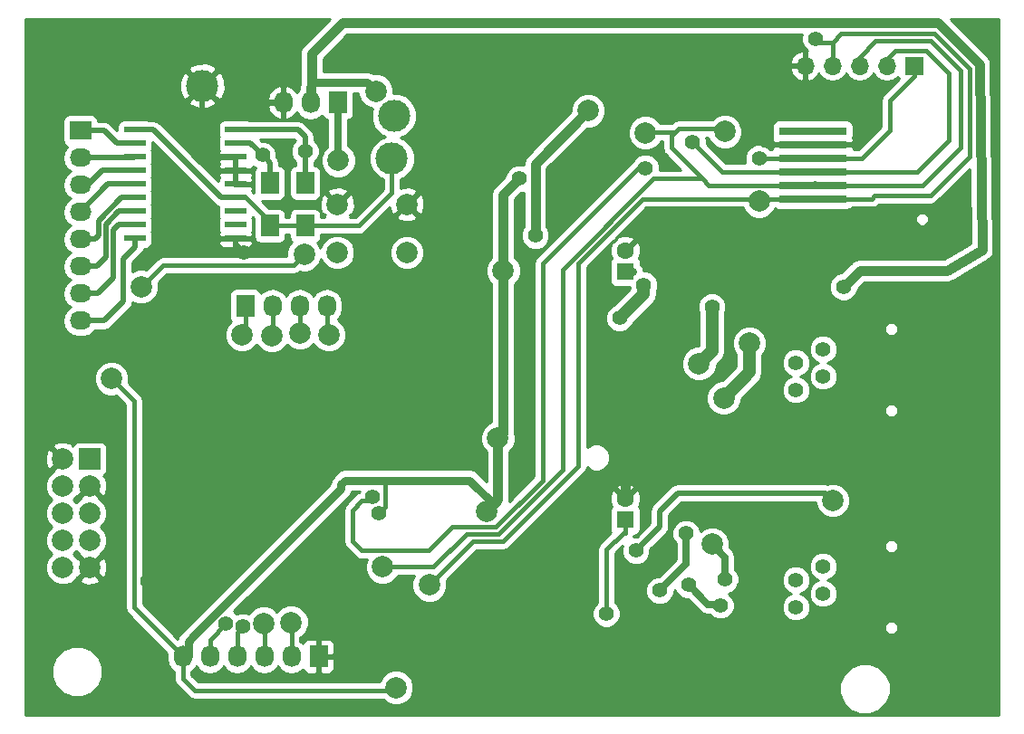
<source format=gbr>
G04 #@! TF.FileFunction,Copper,L2,Bot,Signal*
%FSLAX46Y46*%
G04 Gerber Fmt 4.6, Leading zero omitted, Abs format (unit mm)*
G04 Created by KiCad (PCBNEW 4.0.7) date Thursday, 23 May 2019 'à' 18:59:53*
%MOMM*%
%LPD*%
G01*
G04 APERTURE LIST*
%ADD10C,0.100000*%
%ADD11R,6.350000X0.760000*%
%ADD12R,2.032000X1.727200*%
%ADD13O,2.032000X1.727200*%
%ADD14R,1.727200X2.032000*%
%ADD15O,1.727200X2.032000*%
%ADD16R,1.998980X1.998980*%
%ADD17C,1.998980*%
%ADD18R,1.700000X2.000000*%
%ADD19C,2.000000*%
%ADD20C,2.999740*%
%ADD21R,1.600000X1.600000*%
%ADD22C,1.600000*%
%ADD23C,1.390000*%
%ADD24R,1.700000X1.700000*%
%ADD25O,1.700000X1.700000*%
%ADD26R,2.000000X0.600000*%
%ADD27C,1.400000*%
%ADD28C,0.400000*%
%ADD29C,0.500000*%
%ADD30C,0.900000*%
%ADD31C,0.800000*%
%ADD32C,0.700000*%
%ADD33C,1.200000*%
%ADD34C,0.254000*%
G04 APERTURE END LIST*
D10*
D11*
X170115000Y-69723000D03*
X170115000Y-70993000D03*
X170115000Y-72263000D03*
X170115000Y-73533000D03*
X170115000Y-74803000D03*
X170115000Y-76073000D03*
D12*
X101700000Y-69700000D03*
D13*
X101700000Y-72240000D03*
X101700000Y-74780000D03*
X101700000Y-77320000D03*
X101700000Y-79860000D03*
X101700000Y-82400000D03*
X101700000Y-84940000D03*
X101700000Y-87480000D03*
D14*
X117094000Y-86106000D03*
D15*
X119634000Y-86106000D03*
X122174000Y-86106000D03*
X124714000Y-86106000D03*
D14*
X123952000Y-118872000D03*
D15*
X121412000Y-118872000D03*
X118872000Y-118872000D03*
X116332000Y-118872000D03*
X113792000Y-118872000D03*
X111252000Y-118872000D03*
D14*
X125730000Y-67056000D03*
D15*
X123190000Y-67056000D03*
X120650000Y-67056000D03*
D16*
X102570000Y-100420000D03*
D17*
X100030000Y-100420000D03*
X102570000Y-102960000D03*
X100030000Y-102960000D03*
X102570000Y-105500000D03*
X100030000Y-105500000D03*
X102570000Y-108040000D03*
X100030000Y-108040000D03*
X102570000Y-110580000D03*
X100030000Y-110580000D03*
D18*
X122700000Y-78600000D03*
X122700000Y-74600000D03*
X119400000Y-78600000D03*
X119400000Y-74600000D03*
D19*
X132200000Y-81100000D03*
X132200000Y-76600000D03*
X125700000Y-81100000D03*
X125700000Y-76600000D03*
D20*
X113100000Y-65500000D03*
X131000000Y-68300000D03*
X130800000Y-72300000D03*
D21*
X152603000Y-106121000D03*
D22*
X152603000Y-104121000D03*
D21*
X152603000Y-82905600D03*
D22*
X152603000Y-80905600D03*
D23*
X171093000Y-90144600D03*
X168553000Y-91414600D03*
X171093000Y-92684600D03*
X168553000Y-93954600D03*
X171093000Y-110465000D03*
X168553000Y-111735000D03*
X171093000Y-113005000D03*
X168553000Y-114275000D03*
D24*
X179578000Y-63627000D03*
D25*
X177038000Y-63627000D03*
X174498000Y-63627000D03*
X171958000Y-63627000D03*
X169418000Y-63627000D03*
D26*
X116200000Y-69620000D03*
X116200000Y-70890000D03*
X116200000Y-72160000D03*
X116200000Y-73430000D03*
X116200000Y-74700000D03*
X116200000Y-75970000D03*
X116200000Y-77240000D03*
X116200000Y-78510000D03*
X116200000Y-79780000D03*
X106800000Y-79780000D03*
X106800000Y-78510000D03*
X106800000Y-77240000D03*
X106800000Y-75970000D03*
X106800000Y-74700000D03*
X106800000Y-73430000D03*
X106800000Y-72160000D03*
X106800000Y-70890000D03*
X106800000Y-69620000D03*
D27*
X117000000Y-81100000D03*
X108000000Y-111800000D03*
D19*
X131800000Y-118900000D03*
X164100000Y-98500000D03*
X164600000Y-70100000D03*
X148590000Y-105258000D03*
D27*
X141935000Y-117958000D03*
X148387000Y-122530000D03*
X116484000Y-98501200D03*
X116230000Y-103530000D03*
D19*
X119685000Y-63195200D03*
X138836000Y-93675200D03*
D27*
X136246000Y-86512400D03*
X138633000Y-77774800D03*
D19*
X134010000Y-67208400D03*
X122600000Y-81300000D03*
X107400000Y-84300000D03*
D27*
X173000000Y-84300000D03*
D19*
X129300000Y-66000000D03*
D27*
X150825000Y-114881000D03*
D19*
X116800000Y-88800000D03*
X119600000Y-88900000D03*
X122200000Y-88600000D03*
X124900000Y-88800000D03*
D27*
X158900000Y-70800000D03*
D19*
X134300000Y-112200000D03*
X165100000Y-76300000D03*
D27*
X170400000Y-61100000D03*
X129000000Y-104000000D03*
X154500000Y-73200000D03*
X165100000Y-72300000D03*
D19*
X154500000Y-69900000D03*
X161900000Y-69800000D03*
X129941400Y-110522700D03*
X121400000Y-115700000D03*
X118800000Y-115800000D03*
D27*
X116900000Y-116100000D03*
X115300000Y-115800000D03*
D19*
X104600000Y-92900000D03*
X131200000Y-121800000D03*
X140700000Y-98500000D03*
X141200000Y-82800000D03*
D27*
X142700000Y-74200000D03*
D19*
X139649000Y-105308000D03*
D27*
X129600000Y-105500000D03*
D19*
X125800000Y-72500000D03*
D27*
X122700000Y-71600000D03*
X118700000Y-72000000D03*
X152063000Y-87239900D03*
X154336000Y-84125900D03*
X160700000Y-86200000D03*
D19*
X159500000Y-91500000D03*
D27*
X158293000Y-107391000D03*
X155804000Y-112725000D03*
D19*
X149141100Y-67835000D03*
D27*
X144192000Y-79526500D03*
D19*
X164200000Y-89600000D03*
X161800000Y-94700000D03*
D27*
X161900000Y-111700000D03*
D19*
X160700000Y-108400000D03*
X172000000Y-104300000D03*
D27*
X153600000Y-109000000D03*
X161500000Y-114100000D03*
X158500000Y-112200000D03*
D28*
X116200000Y-79780000D02*
X116200000Y-80300000D01*
X116200000Y-80300000D02*
X117000000Y-81100000D01*
D29*
X116200000Y-72160000D02*
X113760000Y-72160000D01*
X113100000Y-71500000D02*
X113100000Y-65500000D01*
X113760000Y-72160000D02*
X113100000Y-71500000D01*
X116200000Y-73430000D02*
X116200000Y-74700000D01*
X116200000Y-72160000D02*
X116200000Y-73430000D01*
X125700000Y-77400000D02*
X125700000Y-76600000D01*
X120650000Y-67056000D02*
X114656000Y-67056000D01*
X114656000Y-67056000D02*
X113100000Y-65500000D01*
D28*
X116230000Y-103570000D02*
X116230000Y-103530000D01*
X108000000Y-111800000D02*
X116230000Y-103570000D01*
X131800000Y-118872000D02*
X131826000Y-118872000D01*
X131800000Y-118900000D02*
X131800000Y-118872000D01*
D30*
X152603000Y-102197000D02*
X152603000Y-104121000D01*
X154600000Y-100200000D02*
X152603000Y-102197000D01*
X162400000Y-100200000D02*
X154600000Y-100200000D01*
X164100000Y-98500000D02*
X162400000Y-100200000D01*
D28*
X165493000Y-70993000D02*
X170115000Y-70993000D01*
X164600000Y-70100000D02*
X165493000Y-70993000D01*
X116484000Y-98501200D02*
X116230000Y-98755200D01*
X116230000Y-98755200D02*
X116230000Y-103530000D01*
X119685000Y-63195200D02*
X117754000Y-65125600D01*
X117754000Y-65125600D02*
X117754000Y-67005200D01*
X174707000Y-70993000D02*
X170115000Y-70993000D01*
X169418000Y-63627000D02*
X169418000Y-66618000D01*
X169418000Y-66618000D02*
X170700000Y-67900000D01*
X170700000Y-67900000D02*
X173800000Y-67900000D01*
X173800000Y-67900000D02*
X175100000Y-69200000D01*
X175100000Y-69200000D02*
X175100000Y-70600000D01*
X175100000Y-70600000D02*
X174707000Y-70993000D01*
X131826000Y-118872000D02*
X123952000Y-118872000D01*
X120599000Y-67005200D02*
X120650000Y-67056000D01*
X117754000Y-67005200D02*
X120599000Y-67005200D01*
X141935000Y-111912000D02*
X141935000Y-117958000D01*
X148590000Y-105258000D02*
X141935000Y-111912000D01*
X136550000Y-123596000D02*
X131826000Y-118872000D01*
X147320000Y-123596000D02*
X136550000Y-123596000D01*
X148387000Y-122530000D02*
X147320000Y-123596000D01*
X146507000Y-122530000D02*
X148387000Y-122530000D01*
X141935000Y-117958000D02*
X146507000Y-122530000D01*
X121310000Y-93675200D02*
X116484000Y-98501200D01*
X138836000Y-93675200D02*
X121310000Y-93675200D01*
X136246000Y-91084400D02*
X136246000Y-86512400D01*
X138836000Y-93675200D02*
X136246000Y-91084400D01*
X135788000Y-80619600D02*
X138633000Y-77774800D01*
X135788000Y-86055200D02*
X135788000Y-80619600D01*
X136246000Y-86512400D02*
X135788000Y-86055200D01*
X135026000Y-68224400D02*
X134010000Y-67208400D01*
X136754000Y-68224400D02*
X135026000Y-68224400D01*
X138735000Y-70205600D02*
X136754000Y-68224400D01*
X138735000Y-77673200D02*
X138735000Y-70205600D01*
X138633000Y-77774800D02*
X138735000Y-77673200D01*
X120650000Y-66548000D02*
X120650000Y-67056000D01*
X121600000Y-82300000D02*
X122600000Y-81300000D01*
X109400000Y-82300000D02*
X121600000Y-82300000D01*
X107400000Y-84300000D02*
X109400000Y-82300000D01*
X125730000Y-81081000D02*
X125681000Y-81081000D01*
X125681000Y-81081000D02*
X125700000Y-81100000D01*
X125681000Y-81081000D02*
X125210000Y-81081000D01*
D30*
X174500000Y-82800000D02*
X173000000Y-84300000D01*
X182700000Y-82800000D02*
X174500000Y-82800000D01*
X185935000Y-80858800D02*
X182700000Y-82800000D01*
X185684000Y-63500500D02*
X185935000Y-80858800D01*
X181800000Y-59600000D02*
X185684000Y-63500500D01*
X126200000Y-59600000D02*
X181800000Y-59600000D01*
X123292000Y-62508400D02*
X126200000Y-59600000D01*
X123292000Y-65200000D02*
X123292000Y-62508400D01*
D31*
X128500000Y-65200000D02*
X123292000Y-65200000D01*
X129300000Y-66000000D02*
X128500000Y-65200000D01*
X152603000Y-82905600D02*
X153314000Y-82905600D01*
D30*
X123241000Y-65633600D02*
X123241000Y-67005200D01*
D28*
X123241000Y-67005200D02*
X123190000Y-67056000D01*
X150825000Y-108902000D02*
X150825000Y-114881000D01*
X152406000Y-107321000D02*
X150825000Y-108902000D01*
X152603000Y-107321000D02*
X152406000Y-107321000D01*
X152603000Y-106121000D02*
X152603000Y-107321000D01*
D31*
X123292000Y-66954400D02*
X123241000Y-67005200D01*
X123292000Y-65200000D02*
X123292000Y-66954400D01*
X123241000Y-67005200D02*
X123190000Y-67056000D01*
D29*
X101700000Y-69700000D02*
X103900000Y-69700000D01*
X105090000Y-70890000D02*
X106800000Y-70890000D01*
X103900000Y-69700000D02*
X105090000Y-70890000D01*
X101700000Y-72240000D02*
X106720000Y-72240000D01*
X106720000Y-72240000D02*
X106800000Y-72160000D01*
X101700000Y-74780000D02*
X102420000Y-74780000D01*
X102420000Y-74780000D02*
X103770000Y-73430000D01*
X103770000Y-73430000D02*
X106800000Y-73430000D01*
X101700000Y-77320000D02*
X101700000Y-77300000D01*
X101700000Y-77300000D02*
X104300000Y-74700000D01*
X104300000Y-74700000D02*
X106800000Y-74700000D01*
X106800000Y-75970000D02*
X105530000Y-75970000D01*
X103040000Y-79860000D02*
X101700000Y-79860000D01*
X103400000Y-79500000D02*
X103040000Y-79860000D01*
X103400000Y-78100000D02*
X103400000Y-79500000D01*
X105530000Y-75970000D02*
X103400000Y-78100000D01*
D28*
X102540000Y-79860000D02*
X101700000Y-79860000D01*
X102540000Y-79860000D02*
X101700000Y-79860000D01*
D29*
X106800000Y-77240000D02*
X105300000Y-77240000D01*
X104100000Y-78440000D02*
X104100000Y-81516000D01*
X105300000Y-77240000D02*
X104100000Y-78440000D01*
X104100000Y-81516000D02*
X103216000Y-82400000D01*
X103216000Y-82400000D02*
X101700000Y-82400000D01*
X104800000Y-83500000D02*
X103360000Y-84940000D01*
X103360000Y-84940000D02*
X101700000Y-84940000D01*
X104800000Y-79010000D02*
X104800000Y-83500000D01*
X106800000Y-78510000D02*
X105300000Y-78510000D01*
X105300000Y-78510000D02*
X104800000Y-79010000D01*
X105700000Y-85700000D02*
X103920000Y-87480000D01*
X103920000Y-87480000D02*
X101700000Y-87480000D01*
X105700000Y-81680000D02*
X105700000Y-85700000D01*
X106800000Y-79780000D02*
X106800000Y-80580000D01*
X106800000Y-80580000D02*
X105700000Y-81680000D01*
D28*
X117094000Y-88506000D02*
X117094000Y-86106000D01*
X116800000Y-88800000D02*
X117094000Y-88506000D01*
X119634000Y-88866000D02*
X119634000Y-86106000D01*
X119600000Y-88900000D02*
X119634000Y-88866000D01*
X122174000Y-88574000D02*
X122174000Y-86106000D01*
X122200000Y-88600000D02*
X122174000Y-88574000D01*
X124714000Y-88614000D02*
X124714000Y-86106000D01*
X124900000Y-88800000D02*
X124714000Y-88614000D01*
X177038000Y-62962000D02*
X177038000Y-63627000D01*
X177800000Y-62200000D02*
X177038000Y-62962000D01*
X180700000Y-62200000D02*
X177800000Y-62200000D01*
X182800000Y-64300000D02*
X180700000Y-62200000D01*
X182800000Y-70600000D02*
X182800000Y-64300000D01*
X179867000Y-73533000D02*
X182800000Y-70600000D01*
X170115000Y-73533000D02*
X179867000Y-73533000D01*
X161633000Y-73533000D02*
X158900000Y-70800000D01*
X170115000Y-73533000D02*
X161633000Y-73533000D01*
X154227000Y-76073000D02*
X165327000Y-76073000D01*
X148200000Y-82100000D02*
X154227000Y-76073000D01*
X148200000Y-101100000D02*
X148200000Y-82100000D01*
X141200000Y-108100000D02*
X148200000Y-101100000D01*
X138400000Y-108100000D02*
X141200000Y-108100000D01*
X134300000Y-112200000D02*
X138400000Y-108100000D01*
X165327000Y-76073000D02*
X170115000Y-76073000D01*
X165100000Y-76300000D02*
X165327000Y-76073000D01*
X170742000Y-61442000D02*
X170400000Y-61100000D01*
X171958000Y-61442000D02*
X170742000Y-61442000D01*
X171958000Y-63627000D02*
X171958000Y-61442000D01*
X175627000Y-76073000D02*
X170115000Y-76073000D01*
X175900000Y-75800000D02*
X175627000Y-76073000D01*
X181100000Y-75800000D02*
X175900000Y-75800000D01*
X184800000Y-72100000D02*
X181100000Y-75800000D01*
X184800000Y-63900000D02*
X184800000Y-72100000D01*
X181500000Y-60600000D02*
X184800000Y-63900000D01*
X172800000Y-60600000D02*
X181500000Y-60600000D01*
X171958000Y-61442000D02*
X172800000Y-60600000D01*
X165327000Y-76073000D02*
X170115000Y-76073000D01*
X153800000Y-73200000D02*
X154500000Y-73200000D01*
X144900000Y-82100000D02*
X153800000Y-73200000D01*
X144900000Y-102400000D02*
X144900000Y-82100000D01*
X140500000Y-106800000D02*
X144900000Y-102400000D01*
X136400000Y-106800000D02*
X140500000Y-106800000D01*
X134200000Y-109000000D02*
X136400000Y-106800000D01*
X128000000Y-109000000D02*
X134200000Y-109000000D01*
X127100000Y-108100000D02*
X128000000Y-109000000D01*
X127100000Y-105200000D02*
X127100000Y-108100000D01*
X128000000Y-104300000D02*
X127100000Y-105200000D01*
X128700000Y-104300000D02*
X128000000Y-104300000D01*
X129000000Y-104000000D02*
X128700000Y-104300000D01*
X165137000Y-72263000D02*
X165100000Y-72300000D01*
X170115000Y-72263000D02*
X165137000Y-72263000D01*
X179578000Y-64622000D02*
X179578000Y-63627000D01*
X177300000Y-66900000D02*
X179578000Y-64622000D01*
X177300000Y-69700000D02*
X177300000Y-66900000D01*
X174737000Y-72263000D02*
X177300000Y-69700000D01*
X170115000Y-72263000D02*
X174737000Y-72263000D01*
X154550000Y-69850000D02*
X157250000Y-69850000D01*
X154500000Y-69900000D02*
X154550000Y-69850000D01*
X170318000Y-74600000D02*
X170115000Y-74803000D01*
X180397000Y-74803000D02*
X170115000Y-74803000D01*
X183900000Y-71300000D02*
X180397000Y-74803000D01*
X183900000Y-64100000D02*
X183900000Y-71300000D01*
X181100000Y-61300000D02*
X183900000Y-64100000D01*
X176000000Y-61300000D02*
X181100000Y-61300000D01*
X174498000Y-62802000D02*
X176000000Y-61300000D01*
X174498000Y-63627000D02*
X174498000Y-62802000D01*
X161600000Y-69500000D02*
X161900000Y-69800000D01*
X157600000Y-69500000D02*
X161600000Y-69500000D01*
X157250000Y-69850000D02*
X157600000Y-69500000D01*
X160403000Y-74803000D02*
X159800800Y-74200800D01*
X170115000Y-74803000D02*
X160403000Y-74803000D01*
X156900000Y-70200000D02*
X157250000Y-69850000D01*
X156900000Y-71300000D02*
X156900000Y-70200000D01*
X159800800Y-74200800D02*
X156900000Y-71300000D01*
X134627600Y-110522700D02*
X129941400Y-110522700D01*
X137749900Y-107400400D02*
X134627600Y-110522700D01*
X140753600Y-107400400D02*
X137749900Y-107400400D01*
X146762400Y-101391600D02*
X140753600Y-107400400D01*
X146762400Y-82688500D02*
X146762400Y-101391600D01*
X155250100Y-74200800D02*
X146762400Y-82688500D01*
X159800800Y-74200800D02*
X155250100Y-74200800D01*
X121412000Y-115712000D02*
X121412000Y-118872000D01*
X121400000Y-115700000D02*
X121412000Y-115712000D01*
X118872000Y-115872000D02*
X118872000Y-118872000D01*
X118800000Y-115800000D02*
X118872000Y-115872000D01*
X116332000Y-116668000D02*
X116332000Y-118872000D01*
X116900000Y-116100000D02*
X116332000Y-116668000D01*
X113792000Y-117308000D02*
X113792000Y-118872000D01*
X115300000Y-115800000D02*
X113792000Y-117308000D01*
X106700000Y-114320000D02*
X111252000Y-118872000D01*
X106700000Y-95000000D02*
X106700000Y-114320000D01*
X104600000Y-92900000D02*
X106700000Y-95000000D01*
X111252000Y-120952000D02*
X111252000Y-118872000D01*
X112400000Y-122100000D02*
X111252000Y-120952000D01*
X130900000Y-122100000D02*
X112400000Y-122100000D01*
X131200000Y-121800000D02*
X130900000Y-122100000D01*
X141200000Y-98000000D02*
X140700000Y-98500000D01*
D30*
X141200000Y-82800000D02*
X141200000Y-98000000D01*
X141200000Y-75700000D02*
X141200000Y-82800000D01*
X142700000Y-74200000D02*
X141200000Y-75700000D01*
D28*
X130200000Y-104900000D02*
X130200000Y-102413000D01*
X129600000Y-105500000D02*
X130200000Y-104900000D01*
X111252000Y-118872000D02*
X111764000Y-118872000D01*
D30*
X140700000Y-104257000D02*
X140299000Y-104658000D01*
X140700000Y-98500000D02*
X140700000Y-104257000D01*
D28*
X140299000Y-104658000D02*
X139649000Y-105308000D01*
D31*
X138054000Y-102413000D02*
X140299000Y-104658000D01*
X130200000Y-102413000D02*
X138054000Y-102413000D01*
D30*
X140299000Y-104658000D02*
X139649000Y-105308000D01*
D31*
X111764000Y-117482000D02*
X111764000Y-118872000D01*
X112296100Y-116949900D02*
X111764000Y-117482000D01*
X126044000Y-103203000D02*
X112296100Y-116949900D01*
X126044000Y-102810000D02*
X126044000Y-103203000D01*
X126441000Y-102413000D02*
X126044000Y-102810000D01*
X130200000Y-102413000D02*
X126441000Y-102413000D01*
D28*
X130800000Y-72300000D02*
X130800000Y-75500000D01*
X127700000Y-78600000D02*
X122700000Y-78600000D01*
X130800000Y-75500000D02*
X127700000Y-78600000D01*
X119400000Y-78600000D02*
X122700000Y-78600000D01*
X116200000Y-75970000D02*
X117170000Y-75970000D01*
X117170000Y-75970000D02*
X119400000Y-78200000D01*
X119400000Y-78200000D02*
X119400000Y-78600000D01*
D29*
X116200000Y-75970000D02*
X114870000Y-75970000D01*
X108520000Y-69620000D02*
X106800000Y-69620000D01*
X114870000Y-75970000D02*
X108520000Y-69620000D01*
D28*
X125700000Y-72500000D02*
X125730000Y-72470000D01*
X125800000Y-72500000D02*
X125700000Y-72500000D01*
X125700000Y-72500000D02*
X125730000Y-72470000D01*
D32*
X125730000Y-72470000D02*
X125730000Y-67056000D01*
D29*
X122700000Y-74600000D02*
X122700000Y-71600000D01*
X122700000Y-71600000D02*
X122700000Y-70300000D01*
X122020000Y-69620000D02*
X116200000Y-69620000D01*
X122700000Y-70300000D02*
X122020000Y-69620000D01*
X119400000Y-74600000D02*
X119400000Y-72700000D01*
X117590000Y-70890000D02*
X116200000Y-70890000D01*
X119400000Y-72700000D02*
X118700000Y-72000000D01*
X118700000Y-72000000D02*
X117590000Y-70890000D01*
D33*
X154336000Y-84967000D02*
X154336000Y-84125900D01*
X152063000Y-87239900D02*
X154336000Y-84967000D01*
X160700000Y-90300000D02*
X160700000Y-86200000D01*
X159500000Y-91500000D02*
X160700000Y-90300000D01*
D32*
X158293000Y-110236000D02*
X158293000Y-107391000D01*
X155804000Y-112725000D02*
X158293000Y-110236000D01*
D30*
X144192000Y-72784100D02*
X144192000Y-79526500D01*
X149141100Y-67835000D02*
X144192000Y-72784100D01*
D33*
X164200000Y-92300000D02*
X164200000Y-89600000D01*
X161800000Y-94700000D02*
X164200000Y-92300000D01*
D32*
X161900000Y-109600000D02*
X161900000Y-111700000D01*
X160700000Y-108400000D02*
X161900000Y-109600000D01*
D28*
X171300000Y-103600000D02*
X172000000Y-104300000D01*
D29*
X157500000Y-103600000D02*
X171300000Y-103600000D01*
X155800000Y-105300000D02*
X157500000Y-103600000D01*
X155800000Y-106800000D02*
X155800000Y-105300000D01*
X153600000Y-109000000D02*
X155800000Y-106800000D01*
D28*
X161400000Y-114000000D02*
X161500000Y-114100000D01*
D32*
X160300000Y-114000000D02*
X161400000Y-114000000D01*
X158500000Y-112200000D02*
X160300000Y-114000000D01*
D34*
G36*
X122524736Y-61741242D02*
X122407767Y-61916325D01*
X122289591Y-62093188D01*
X122289583Y-62093226D01*
X122289562Y-62093258D01*
X122248064Y-62301958D01*
X122207000Y-62508400D01*
X122207000Y-65200000D01*
X122224624Y-65288603D01*
X122156000Y-65633600D01*
X122156000Y-65794433D01*
X122130330Y-65811585D01*
X121923539Y-66121069D01*
X121552036Y-65705268D01*
X121024791Y-65451291D01*
X121009026Y-65448642D01*
X120777000Y-65569783D01*
X120777000Y-66929000D01*
X120797000Y-66929000D01*
X120797000Y-67183000D01*
X120777000Y-67183000D01*
X120777000Y-68542217D01*
X121009026Y-68663358D01*
X121024791Y-68660709D01*
X121552036Y-68406732D01*
X121923539Y-67990931D01*
X122130330Y-68300415D01*
X122616511Y-68625271D01*
X123190000Y-68739345D01*
X123763489Y-68625271D01*
X124249670Y-68300415D01*
X124259243Y-68286087D01*
X124263238Y-68307317D01*
X124402310Y-68523441D01*
X124614510Y-68668431D01*
X124745000Y-68694856D01*
X124745000Y-71242936D01*
X124414722Y-71572637D01*
X124165284Y-72173352D01*
X124164716Y-72823795D01*
X124413106Y-73424943D01*
X124872637Y-73885278D01*
X125473352Y-74134716D01*
X126123795Y-74135284D01*
X126724943Y-73886894D01*
X127185278Y-73427363D01*
X127434716Y-72826648D01*
X127435284Y-72176205D01*
X127186894Y-71575057D01*
X126727363Y-71114722D01*
X126715000Y-71109588D01*
X126715000Y-68696597D01*
X126828917Y-68675162D01*
X127045041Y-68536090D01*
X127190031Y-68323890D01*
X127241040Y-68072000D01*
X127241040Y-66235000D01*
X127664794Y-66235000D01*
X127664716Y-66323795D01*
X127913106Y-66924943D01*
X128372637Y-67385278D01*
X128965927Y-67631633D01*
X128865501Y-67873485D01*
X128864760Y-68722789D01*
X129189090Y-69507727D01*
X129789114Y-70108800D01*
X130149987Y-70258647D01*
X129592273Y-70489090D01*
X128991200Y-71089114D01*
X128665501Y-71873485D01*
X128664760Y-72722789D01*
X128989090Y-73507727D01*
X129589114Y-74108800D01*
X129965000Y-74264881D01*
X129965000Y-75154132D01*
X127354132Y-77765000D01*
X126889020Y-77765000D01*
X126966814Y-77687206D01*
X126852534Y-77572926D01*
X127119387Y-77474264D01*
X127345908Y-76864539D01*
X127321856Y-76214540D01*
X127119387Y-75725736D01*
X126852532Y-75627073D01*
X125879605Y-76600000D01*
X125893748Y-76614143D01*
X125714143Y-76793748D01*
X125700000Y-76779605D01*
X125685858Y-76793748D01*
X125506253Y-76614143D01*
X125520395Y-76600000D01*
X124547468Y-75627073D01*
X124280613Y-75725736D01*
X124054092Y-76335461D01*
X124078144Y-76985460D01*
X124280613Y-77474264D01*
X124547466Y-77572926D01*
X124433186Y-77687206D01*
X124510980Y-77765000D01*
X124197440Y-77765000D01*
X124197440Y-77600000D01*
X124153162Y-77364683D01*
X124014090Y-77148559D01*
X123801890Y-77003569D01*
X123550000Y-76952560D01*
X121850000Y-76952560D01*
X121614683Y-76996838D01*
X121398559Y-77135910D01*
X121253569Y-77348110D01*
X121202560Y-77600000D01*
X121202560Y-77765000D01*
X120897440Y-77765000D01*
X120897440Y-77600000D01*
X120853162Y-77364683D01*
X120714090Y-77148559D01*
X120501890Y-77003569D01*
X120250000Y-76952560D01*
X119333428Y-76952560D01*
X118628308Y-76247440D01*
X120250000Y-76247440D01*
X120485317Y-76203162D01*
X120701441Y-76064090D01*
X120846431Y-75851890D01*
X120897440Y-75600000D01*
X120897440Y-73600000D01*
X120853162Y-73364683D01*
X120714090Y-73148559D01*
X120501890Y-73003569D01*
X120285000Y-72959648D01*
X120285000Y-72700000D01*
X120217633Y-72361325D01*
X120034924Y-72087880D01*
X120035231Y-71735617D01*
X119832418Y-71244771D01*
X119457204Y-70868902D01*
X118966713Y-70665232D01*
X118616506Y-70664927D01*
X118456580Y-70505000D01*
X121653420Y-70505000D01*
X121780243Y-70631823D01*
X121568902Y-70842796D01*
X121365232Y-71333287D01*
X121364769Y-71864383D01*
X121567582Y-72355229D01*
X121815000Y-72603079D01*
X121815000Y-72959146D01*
X121614683Y-72996838D01*
X121398559Y-73135910D01*
X121253569Y-73348110D01*
X121202560Y-73600000D01*
X121202560Y-75600000D01*
X121246838Y-75835317D01*
X121385910Y-76051441D01*
X121598110Y-76196431D01*
X121850000Y-76247440D01*
X123550000Y-76247440D01*
X123785317Y-76203162D01*
X124001441Y-76064090D01*
X124146431Y-75851890D01*
X124197440Y-75600000D01*
X124197440Y-75447468D01*
X124727073Y-75447468D01*
X125700000Y-76420395D01*
X126672927Y-75447468D01*
X126574264Y-75180613D01*
X125964539Y-74954092D01*
X125314540Y-74978144D01*
X124825736Y-75180613D01*
X124727073Y-75447468D01*
X124197440Y-75447468D01*
X124197440Y-73600000D01*
X124153162Y-73364683D01*
X124014090Y-73148559D01*
X123801890Y-73003569D01*
X123585000Y-72959648D01*
X123585000Y-72602873D01*
X123831098Y-72357204D01*
X124034768Y-71866713D01*
X124035231Y-71335617D01*
X123832418Y-70844771D01*
X123585000Y-70596921D01*
X123585000Y-70300005D01*
X123585001Y-70300000D01*
X123517633Y-69961325D01*
X123428923Y-69828561D01*
X123325790Y-69674210D01*
X123325787Y-69674208D01*
X122645790Y-68994210D01*
X122617125Y-68975057D01*
X122358675Y-68802367D01*
X122302484Y-68791190D01*
X122020000Y-68734999D01*
X122019995Y-68735000D01*
X117468620Y-68735000D01*
X117451890Y-68723569D01*
X117200000Y-68672560D01*
X115200000Y-68672560D01*
X114964683Y-68716838D01*
X114748559Y-68855910D01*
X114603569Y-69068110D01*
X114552560Y-69320000D01*
X114552560Y-69920000D01*
X114596838Y-70155317D01*
X114660678Y-70254528D01*
X114603569Y-70338110D01*
X114552560Y-70590000D01*
X114552560Y-71190000D01*
X114596838Y-71425317D01*
X114655178Y-71515980D01*
X114565000Y-71733690D01*
X114565000Y-71874250D01*
X114723750Y-72033000D01*
X116073000Y-72033000D01*
X116073000Y-72013000D01*
X116327000Y-72013000D01*
X116327000Y-72033000D01*
X116347000Y-72033000D01*
X116347000Y-72287000D01*
X116327000Y-72287000D01*
X116327000Y-73303000D01*
X117676250Y-73303000D01*
X117835000Y-73144250D01*
X117835000Y-73023114D01*
X117942796Y-73131098D01*
X118066695Y-73182545D01*
X117953569Y-73348110D01*
X117902560Y-73600000D01*
X117902560Y-75521692D01*
X117780801Y-75399933D01*
X117744822Y-75344020D01*
X117835000Y-75126310D01*
X117835000Y-74985750D01*
X117676250Y-74827000D01*
X116327000Y-74827000D01*
X116327000Y-74847000D01*
X116073000Y-74847000D01*
X116073000Y-74827000D01*
X116053000Y-74827000D01*
X116053000Y-74573000D01*
X116073000Y-74573000D01*
X116073000Y-73557000D01*
X116327000Y-73557000D01*
X116327000Y-74573000D01*
X117676250Y-74573000D01*
X117835000Y-74414250D01*
X117835000Y-74273690D01*
X117748558Y-74065000D01*
X117835000Y-73856310D01*
X117835000Y-73715750D01*
X117676250Y-73557000D01*
X116327000Y-73557000D01*
X116073000Y-73557000D01*
X114723750Y-73557000D01*
X114565000Y-73715750D01*
X114565000Y-73856310D01*
X114651442Y-74065000D01*
X114565000Y-74273690D01*
X114565000Y-74413421D01*
X112597330Y-72445750D01*
X114565000Y-72445750D01*
X114565000Y-72586310D01*
X114651442Y-72795000D01*
X114565000Y-73003690D01*
X114565000Y-73144250D01*
X114723750Y-73303000D01*
X116073000Y-73303000D01*
X116073000Y-72287000D01*
X114723750Y-72287000D01*
X114565000Y-72445750D01*
X112597330Y-72445750D01*
X109145790Y-68994210D01*
X109117125Y-68975057D01*
X108858675Y-68802367D01*
X108802484Y-68791190D01*
X108520000Y-68734999D01*
X108519995Y-68735000D01*
X108068620Y-68735000D01*
X108051890Y-68723569D01*
X107800000Y-68672560D01*
X105800000Y-68672560D01*
X105564683Y-68716838D01*
X105348559Y-68855910D01*
X105203569Y-69068110D01*
X105152560Y-69320000D01*
X105152560Y-69700981D01*
X104525790Y-69074210D01*
X104437175Y-69015000D01*
X104238675Y-68882367D01*
X104151366Y-68865000D01*
X103900000Y-68814999D01*
X103899995Y-68815000D01*
X103359413Y-68815000D01*
X103319162Y-68601083D01*
X103180090Y-68384959D01*
X102967890Y-68239969D01*
X102716000Y-68188960D01*
X100684000Y-68188960D01*
X100448683Y-68233238D01*
X100232559Y-68372310D01*
X100087569Y-68584510D01*
X100036560Y-68836400D01*
X100036560Y-70563600D01*
X100080838Y-70798917D01*
X100219910Y-71015041D01*
X100432110Y-71160031D01*
X100473439Y-71168400D01*
X100455585Y-71180330D01*
X100130729Y-71666511D01*
X100016655Y-72240000D01*
X100130729Y-72813489D01*
X100455585Y-73299670D01*
X100770366Y-73510000D01*
X100455585Y-73720330D01*
X100130729Y-74206511D01*
X100016655Y-74780000D01*
X100130729Y-75353489D01*
X100455585Y-75839670D01*
X100770366Y-76050000D01*
X100455585Y-76260330D01*
X100130729Y-76746511D01*
X100016655Y-77320000D01*
X100130729Y-77893489D01*
X100455585Y-78379670D01*
X100770366Y-78590000D01*
X100455585Y-78800330D01*
X100130729Y-79286511D01*
X100016655Y-79860000D01*
X100130729Y-80433489D01*
X100455585Y-80919670D01*
X100770366Y-81130000D01*
X100455585Y-81340330D01*
X100130729Y-81826511D01*
X100016655Y-82400000D01*
X100130729Y-82973489D01*
X100455585Y-83459670D01*
X100770366Y-83670000D01*
X100455585Y-83880330D01*
X100130729Y-84366511D01*
X100016655Y-84940000D01*
X100130729Y-85513489D01*
X100455585Y-85999670D01*
X100770366Y-86210000D01*
X100455585Y-86420330D01*
X100130729Y-86906511D01*
X100016655Y-87480000D01*
X100130729Y-88053489D01*
X100455585Y-88539670D01*
X100941766Y-88864526D01*
X101515255Y-88978600D01*
X101884745Y-88978600D01*
X102458234Y-88864526D01*
X102944415Y-88539670D01*
X103061126Y-88365000D01*
X103919995Y-88365000D01*
X103920000Y-88365001D01*
X104202484Y-88308810D01*
X104258675Y-88297633D01*
X104545790Y-88105790D01*
X106325787Y-86325792D01*
X106325790Y-86325790D01*
X106517633Y-86038675D01*
X106538596Y-85933287D01*
X106579133Y-85729499D01*
X107073352Y-85934716D01*
X107723795Y-85935284D01*
X108324943Y-85686894D01*
X108785278Y-85227363D01*
X109034716Y-84626648D01*
X109035284Y-83976205D01*
X108997093Y-83883775D01*
X109745868Y-83135000D01*
X121600000Y-83135000D01*
X121919541Y-83071439D01*
X122181341Y-82896510D01*
X122273352Y-82934716D01*
X122923795Y-82935284D01*
X123524943Y-82686894D01*
X123985278Y-82227363D01*
X124191518Y-81730680D01*
X124313106Y-82024943D01*
X124772637Y-82485278D01*
X125373352Y-82734716D01*
X126023795Y-82735284D01*
X126624943Y-82486894D01*
X127085278Y-82027363D01*
X127334716Y-81426648D01*
X127334718Y-81423795D01*
X130564716Y-81423795D01*
X130813106Y-82024943D01*
X131272637Y-82485278D01*
X131873352Y-82734716D01*
X132523795Y-82735284D01*
X133124943Y-82486894D01*
X133585278Y-82027363D01*
X133834716Y-81426648D01*
X133835284Y-80776205D01*
X133586894Y-80175057D01*
X133127363Y-79714722D01*
X132526648Y-79465284D01*
X131876205Y-79464716D01*
X131275057Y-79713106D01*
X130814722Y-80172637D01*
X130565284Y-80773352D01*
X130564716Y-81423795D01*
X127334718Y-81423795D01*
X127335284Y-80776205D01*
X127086894Y-80175057D01*
X126627363Y-79714722D01*
X126026648Y-79465284D01*
X125376205Y-79464716D01*
X124775057Y-79713106D01*
X124314722Y-80172637D01*
X124108482Y-80669320D01*
X123986894Y-80375057D01*
X123803573Y-80191415D01*
X124001441Y-80064090D01*
X124146431Y-79851890D01*
X124197440Y-79600000D01*
X124197440Y-79435000D01*
X127700000Y-79435000D01*
X128019541Y-79371439D01*
X128290434Y-79190434D01*
X129728336Y-77752532D01*
X131227073Y-77752532D01*
X131325736Y-78019387D01*
X131935461Y-78245908D01*
X132585460Y-78221856D01*
X133074264Y-78019387D01*
X133172927Y-77752532D01*
X132200000Y-76779605D01*
X131227073Y-77752532D01*
X129728336Y-77752532D01*
X130575192Y-76905676D01*
X130578144Y-76985460D01*
X130780613Y-77474264D01*
X131047468Y-77572927D01*
X132020395Y-76600000D01*
X132379605Y-76600000D01*
X133352532Y-77572927D01*
X133619387Y-77474264D01*
X133845908Y-76864539D01*
X133821856Y-76214540D01*
X133619387Y-75725736D01*
X133352532Y-75627073D01*
X132379605Y-76600000D01*
X132020395Y-76600000D01*
X132006253Y-76585858D01*
X132185858Y-76406253D01*
X132200000Y-76420395D01*
X133172927Y-75447468D01*
X133074264Y-75180613D01*
X132464539Y-74954092D01*
X131814540Y-74978144D01*
X131635000Y-75052512D01*
X131635000Y-74264918D01*
X132007727Y-74110910D01*
X132608800Y-73510886D01*
X132934499Y-72726515D01*
X132935240Y-71877211D01*
X132610910Y-71092273D01*
X132010886Y-70491200D01*
X131650013Y-70341353D01*
X132207727Y-70110910D01*
X132808800Y-69510886D01*
X133134499Y-68726515D01*
X133135240Y-67877211D01*
X132810910Y-67092273D01*
X132210886Y-66491200D01*
X131426515Y-66165501D01*
X130934857Y-66165072D01*
X130935284Y-65676205D01*
X130686894Y-65075057D01*
X130227363Y-64614722D01*
X129626648Y-64365284D01*
X129077196Y-64364804D01*
X128896077Y-64243785D01*
X128500000Y-64164999D01*
X128499995Y-64165000D01*
X124377000Y-64165000D01*
X124377000Y-63983892D01*
X167976514Y-63983892D01*
X168222817Y-64508358D01*
X168651076Y-64898645D01*
X169061110Y-65068476D01*
X169291000Y-64947155D01*
X169291000Y-63754000D01*
X168097181Y-63754000D01*
X167976514Y-63983892D01*
X124377000Y-63983892D01*
X124377000Y-63270108D01*
X167976514Y-63270108D01*
X168097181Y-63500000D01*
X169291000Y-63500000D01*
X169291000Y-62306845D01*
X169061110Y-62185524D01*
X168651076Y-62355355D01*
X168222817Y-62745642D01*
X167976514Y-63270108D01*
X124377000Y-63270108D01*
X124377000Y-62957778D01*
X126649466Y-60685000D01*
X169126806Y-60685000D01*
X169065232Y-60833287D01*
X169064769Y-61364383D01*
X169267582Y-61855229D01*
X169642796Y-62231098D01*
X169668392Y-62241727D01*
X169545000Y-62306845D01*
X169545000Y-63500000D01*
X169565000Y-63500000D01*
X169565000Y-63754000D01*
X169545000Y-63754000D01*
X169545000Y-64947155D01*
X169774890Y-65068476D01*
X170184924Y-64898645D01*
X170613183Y-64508358D01*
X170680298Y-64365447D01*
X170907946Y-64706147D01*
X171389715Y-65028054D01*
X171958000Y-65141093D01*
X172526285Y-65028054D01*
X173008054Y-64706147D01*
X173228000Y-64376974D01*
X173447946Y-64706147D01*
X173929715Y-65028054D01*
X174498000Y-65141093D01*
X175066285Y-65028054D01*
X175548054Y-64706147D01*
X175768000Y-64376974D01*
X175987946Y-64706147D01*
X176469715Y-65028054D01*
X177038000Y-65141093D01*
X177606285Y-65028054D01*
X178088054Y-64706147D01*
X178115850Y-64664548D01*
X178124838Y-64712317D01*
X178196088Y-64823043D01*
X176709566Y-66309566D01*
X176528561Y-66580459D01*
X176465000Y-66900000D01*
X176465000Y-69354132D01*
X174391132Y-71428000D01*
X173925000Y-71428000D01*
X173925000Y-71278750D01*
X173766250Y-71120000D01*
X170242000Y-71120000D01*
X170242000Y-71140000D01*
X169988000Y-71140000D01*
X169988000Y-71120000D01*
X166463750Y-71120000D01*
X166305000Y-71278750D01*
X166305000Y-71428000D01*
X166115850Y-71428000D01*
X165857204Y-71168902D01*
X165366713Y-70965232D01*
X164835617Y-70964769D01*
X164344771Y-71167582D01*
X163968902Y-71542796D01*
X163765232Y-72033287D01*
X163764769Y-72564383D01*
X163819978Y-72698000D01*
X161978868Y-72698000D01*
X160234866Y-70953998D01*
X160235231Y-70535617D01*
X160152338Y-70335000D01*
X160351984Y-70335000D01*
X160513106Y-70724943D01*
X160972637Y-71185278D01*
X161573352Y-71434716D01*
X162223795Y-71435284D01*
X162824943Y-71186894D01*
X163285278Y-70727363D01*
X163534716Y-70126648D01*
X163535284Y-69476205D01*
X163480245Y-69343000D01*
X166292560Y-69343000D01*
X166292560Y-70103000D01*
X166336838Y-70338317D01*
X166354859Y-70366322D01*
X166305000Y-70486691D01*
X166305000Y-70707250D01*
X166463750Y-70866000D01*
X169988000Y-70866000D01*
X169988000Y-70846000D01*
X170242000Y-70846000D01*
X170242000Y-70866000D01*
X173766250Y-70866000D01*
X173925000Y-70707250D01*
X173925000Y-70486691D01*
X173876454Y-70369491D01*
X173886431Y-70354890D01*
X173937440Y-70103000D01*
X173937440Y-69343000D01*
X173893162Y-69107683D01*
X173754090Y-68891559D01*
X173541890Y-68746569D01*
X173290000Y-68695560D01*
X166940000Y-68695560D01*
X166704683Y-68739838D01*
X166488559Y-68878910D01*
X166343569Y-69091110D01*
X166292560Y-69343000D01*
X163480245Y-69343000D01*
X163286894Y-68875057D01*
X162827363Y-68414722D01*
X162226648Y-68165284D01*
X161576205Y-68164716D01*
X160975057Y-68413106D01*
X160722722Y-68665000D01*
X157600000Y-68665000D01*
X157280460Y-68728560D01*
X157009566Y-68909566D01*
X156904132Y-69015000D01*
X155903398Y-69015000D01*
X155886894Y-68975057D01*
X155427363Y-68514722D01*
X154826648Y-68265284D01*
X154176205Y-68264716D01*
X153575057Y-68513106D01*
X153114722Y-68972637D01*
X152865284Y-69573352D01*
X152864716Y-70223795D01*
X153113106Y-70824943D01*
X153572637Y-71285278D01*
X154173352Y-71534716D01*
X154823795Y-71535284D01*
X155424943Y-71286894D01*
X155885278Y-70827363D01*
X155944392Y-70685000D01*
X156065000Y-70685000D01*
X156065000Y-71300000D01*
X156128561Y-71619541D01*
X156274157Y-71837440D01*
X156309566Y-71890434D01*
X157784932Y-73365800D01*
X155834856Y-73365800D01*
X155835231Y-72935617D01*
X155632418Y-72444771D01*
X155257204Y-72068902D01*
X154766713Y-71865232D01*
X154235617Y-71864769D01*
X153744771Y-72067582D01*
X153368902Y-72442796D01*
X153334246Y-72526257D01*
X153209566Y-72609566D01*
X144309566Y-81509566D01*
X144128561Y-81780459D01*
X144065000Y-82100000D01*
X144065000Y-102054132D01*
X141765848Y-104353284D01*
X141785000Y-104257000D01*
X141785000Y-99727117D01*
X142085278Y-99427363D01*
X142334716Y-98826648D01*
X142335284Y-98176205D01*
X142277681Y-98036795D01*
X142285000Y-98000000D01*
X142285000Y-84027117D01*
X142585278Y-83727363D01*
X142834716Y-83126648D01*
X142835284Y-82476205D01*
X142586894Y-81875057D01*
X142285000Y-81572635D01*
X142285000Y-76149422D01*
X142899248Y-75535174D01*
X142964383Y-75535231D01*
X143107000Y-75476303D01*
X143107000Y-78723278D01*
X143060902Y-78769296D01*
X142857232Y-79259787D01*
X142856769Y-79790883D01*
X143059582Y-80281729D01*
X143434796Y-80657598D01*
X143925287Y-80861268D01*
X144456383Y-80861731D01*
X144947229Y-80658918D01*
X145323098Y-80283704D01*
X145526768Y-79793213D01*
X145527231Y-79262117D01*
X145324418Y-78771271D01*
X145277000Y-78723770D01*
X145277000Y-73233522D01*
X149040609Y-69469913D01*
X149464895Y-69470284D01*
X150066043Y-69221894D01*
X150526378Y-68762363D01*
X150775816Y-68161648D01*
X150776384Y-67511205D01*
X150527994Y-66910057D01*
X150068463Y-66449722D01*
X149467748Y-66200284D01*
X148817305Y-66199716D01*
X148216157Y-66448106D01*
X147755822Y-66907637D01*
X147506384Y-67508352D01*
X147506011Y-67935667D01*
X143424789Y-72016889D01*
X143189591Y-72368888D01*
X143107000Y-72784100D01*
X143107000Y-72923484D01*
X142966713Y-72865232D01*
X142435617Y-72864769D01*
X141944771Y-73067582D01*
X141568902Y-73442796D01*
X141365232Y-73933287D01*
X141365173Y-74000405D01*
X140432789Y-74932789D01*
X140197591Y-75284788D01*
X140115000Y-75700000D01*
X140115000Y-81572883D01*
X139814722Y-81872637D01*
X139565284Y-82473352D01*
X139564716Y-83123795D01*
X139813106Y-83724943D01*
X140115000Y-84027365D01*
X140115000Y-96972644D01*
X139775057Y-97113106D01*
X139314722Y-97572637D01*
X139065284Y-98173352D01*
X139064716Y-98823795D01*
X139313106Y-99424943D01*
X139615000Y-99727365D01*
X139615000Y-102510288D01*
X138785856Y-101681144D01*
X138450077Y-101456785D01*
X138054000Y-101377999D01*
X138053995Y-101378000D01*
X126441005Y-101378000D01*
X126441000Y-101377999D01*
X126044923Y-101456785D01*
X125709144Y-101681144D01*
X125709142Y-101681147D01*
X125312144Y-102078144D01*
X125087785Y-102413923D01*
X125017871Y-102765396D01*
X111564271Y-116218018D01*
X111564260Y-116218034D01*
X111564244Y-116218045D01*
X111032144Y-116750144D01*
X110807785Y-117085923D01*
X110781074Y-117220206D01*
X107535000Y-113974132D01*
X107535000Y-95000000D01*
X107471439Y-94680459D01*
X107374057Y-94534716D01*
X107290434Y-94409565D01*
X106197395Y-93316527D01*
X106234716Y-93226648D01*
X106235284Y-92576205D01*
X105986894Y-91975057D01*
X105527363Y-91514722D01*
X104926648Y-91265284D01*
X104276205Y-91264716D01*
X103675057Y-91513106D01*
X103214722Y-91972637D01*
X102965284Y-92573352D01*
X102964716Y-93223795D01*
X103213106Y-93824943D01*
X103672637Y-94285278D01*
X104273352Y-94534716D01*
X104923795Y-94535284D01*
X105016224Y-94497093D01*
X105865000Y-95345869D01*
X105865000Y-114320000D01*
X105928561Y-114639541D01*
X105962567Y-114690434D01*
X106109566Y-114910434D01*
X109775464Y-118576332D01*
X109753400Y-118687255D01*
X109753400Y-119056745D01*
X109867474Y-119630234D01*
X110192330Y-120116415D01*
X110417000Y-120266535D01*
X110417000Y-120952000D01*
X110480561Y-121271541D01*
X110584879Y-121427664D01*
X110661566Y-121542434D01*
X111809566Y-122690434D01*
X112080459Y-122871439D01*
X112400000Y-122935000D01*
X130022796Y-122935000D01*
X130272637Y-123185278D01*
X130873352Y-123434716D01*
X131523795Y-123435284D01*
X132124943Y-123186894D01*
X132585278Y-122727363D01*
X132732697Y-122372336D01*
X172614527Y-122372336D01*
X172976866Y-123249263D01*
X173647208Y-123920776D01*
X174523501Y-124284645D01*
X175472336Y-124285473D01*
X176349263Y-123923134D01*
X177020776Y-123252792D01*
X177384645Y-122376499D01*
X177385473Y-121427664D01*
X177023134Y-120550737D01*
X176352792Y-119879224D01*
X175476499Y-119515355D01*
X174527664Y-119514527D01*
X173650737Y-119876866D01*
X172979224Y-120547208D01*
X172615355Y-121423501D01*
X172614527Y-122372336D01*
X132732697Y-122372336D01*
X132834716Y-122126648D01*
X132835284Y-121476205D01*
X132586894Y-120875057D01*
X132127363Y-120414722D01*
X131526648Y-120165284D01*
X130876205Y-120164716D01*
X130275057Y-120413106D01*
X129814722Y-120872637D01*
X129651799Y-121265000D01*
X112745868Y-121265000D01*
X112087000Y-120606132D01*
X112087000Y-120266535D01*
X112311670Y-120116415D01*
X112522000Y-119801634D01*
X112732330Y-120116415D01*
X113218511Y-120441271D01*
X113792000Y-120555345D01*
X114365489Y-120441271D01*
X114851670Y-120116415D01*
X115062000Y-119801634D01*
X115272330Y-120116415D01*
X115758511Y-120441271D01*
X116332000Y-120555345D01*
X116905489Y-120441271D01*
X117391670Y-120116415D01*
X117602000Y-119801634D01*
X117812330Y-120116415D01*
X118298511Y-120441271D01*
X118872000Y-120555345D01*
X119445489Y-120441271D01*
X119931670Y-120116415D01*
X120142000Y-119801634D01*
X120352330Y-120116415D01*
X120838511Y-120441271D01*
X121412000Y-120555345D01*
X121985489Y-120441271D01*
X122471670Y-120116415D01*
X122486500Y-120094220D01*
X122550073Y-120247698D01*
X122728701Y-120426327D01*
X122962090Y-120523000D01*
X123666250Y-120523000D01*
X123825000Y-120364250D01*
X123825000Y-118999000D01*
X124079000Y-118999000D01*
X124079000Y-120364250D01*
X124237750Y-120523000D01*
X124941910Y-120523000D01*
X125175299Y-120426327D01*
X125353927Y-120247698D01*
X125450600Y-120014309D01*
X125450600Y-119157750D01*
X125291850Y-118999000D01*
X124079000Y-118999000D01*
X123825000Y-118999000D01*
X123805000Y-118999000D01*
X123805000Y-118745000D01*
X123825000Y-118745000D01*
X123825000Y-117379750D01*
X124079000Y-117379750D01*
X124079000Y-118745000D01*
X125291850Y-118745000D01*
X125450600Y-118586250D01*
X125450600Y-117729691D01*
X125353927Y-117496302D01*
X125175299Y-117317673D01*
X124941910Y-117221000D01*
X124237750Y-117221000D01*
X124079000Y-117379750D01*
X123825000Y-117379750D01*
X123666250Y-117221000D01*
X122962090Y-117221000D01*
X122728701Y-117317673D01*
X122550073Y-117496302D01*
X122486500Y-117649780D01*
X122471670Y-117627585D01*
X122247000Y-117477465D01*
X122247000Y-117119099D01*
X122324943Y-117086894D01*
X122785278Y-116627363D01*
X122918820Y-116305755D01*
X176807890Y-116305755D01*
X176904360Y-116539228D01*
X177082832Y-116718013D01*
X177316137Y-116814889D01*
X177568755Y-116815110D01*
X177802228Y-116718640D01*
X177981013Y-116540168D01*
X178077889Y-116306863D01*
X178078110Y-116054245D01*
X177981640Y-115820772D01*
X177803168Y-115641987D01*
X177569863Y-115545111D01*
X177317245Y-115544890D01*
X177083772Y-115641360D01*
X176904987Y-115819832D01*
X176808111Y-116053137D01*
X176807890Y-116305755D01*
X122918820Y-116305755D01*
X123034716Y-116026648D01*
X123035284Y-115376205D01*
X122939911Y-115145383D01*
X149489769Y-115145383D01*
X149692582Y-115636229D01*
X150067796Y-116012098D01*
X150558287Y-116215768D01*
X151089383Y-116216231D01*
X151580229Y-116013418D01*
X151956098Y-115638204D01*
X152159768Y-115147713D01*
X152160231Y-114616617D01*
X151957418Y-114125771D01*
X151660000Y-113827834D01*
X151660000Y-112989383D01*
X154468769Y-112989383D01*
X154671582Y-113480229D01*
X155046796Y-113856098D01*
X155537287Y-114059768D01*
X156068383Y-114060231D01*
X156559229Y-113857418D01*
X156935098Y-113482204D01*
X157138768Y-112991713D01*
X157138950Y-112783050D01*
X157250392Y-112671608D01*
X157367582Y-112955229D01*
X157742796Y-113331098D01*
X158233287Y-113534768D01*
X158441950Y-113534950D01*
X159603500Y-114696500D01*
X159923057Y-114910021D01*
X160300000Y-114985000D01*
X160497127Y-114985000D01*
X160742796Y-115231098D01*
X161233287Y-115434768D01*
X161764383Y-115435231D01*
X162255229Y-115232418D01*
X162631098Y-114857204D01*
X162834768Y-114366713D01*
X162835231Y-113835617D01*
X162632418Y-113344771D01*
X162276976Y-112988709D01*
X162655229Y-112832418D01*
X163031098Y-112457204D01*
X163221613Y-111998393D01*
X167222770Y-111998393D01*
X167424824Y-112487400D01*
X167798632Y-112861861D01*
X168143594Y-113005102D01*
X167800600Y-113146824D01*
X167426139Y-113520632D01*
X167223232Y-114009286D01*
X167222770Y-114538393D01*
X167424824Y-115027400D01*
X167798632Y-115401861D01*
X168287286Y-115604768D01*
X168816393Y-115605230D01*
X169305400Y-115403176D01*
X169679861Y-115029368D01*
X169882768Y-114540714D01*
X169883230Y-114011607D01*
X169681176Y-113522600D01*
X169307368Y-113148139D01*
X168962406Y-113004898D01*
X169305400Y-112863176D01*
X169679861Y-112489368D01*
X169882768Y-112000714D01*
X169883230Y-111471607D01*
X169681176Y-110982600D01*
X169427413Y-110728393D01*
X169762770Y-110728393D01*
X169964824Y-111217400D01*
X170338632Y-111591861D01*
X170683594Y-111735102D01*
X170340600Y-111876824D01*
X169966139Y-112250632D01*
X169763232Y-112739286D01*
X169762770Y-113268393D01*
X169964824Y-113757400D01*
X170338632Y-114131861D01*
X170827286Y-114334768D01*
X171356393Y-114335230D01*
X171845400Y-114133176D01*
X172219861Y-113759368D01*
X172422768Y-113270714D01*
X172423230Y-112741607D01*
X172221176Y-112252600D01*
X171847368Y-111878139D01*
X171502406Y-111734898D01*
X171845400Y-111593176D01*
X172219861Y-111219368D01*
X172422768Y-110730714D01*
X172423230Y-110201607D01*
X172221176Y-109712600D01*
X171847368Y-109338139D01*
X171358714Y-109135232D01*
X170829607Y-109134770D01*
X170340600Y-109336824D01*
X169966139Y-109710632D01*
X169763232Y-110199286D01*
X169762770Y-110728393D01*
X169427413Y-110728393D01*
X169307368Y-110608139D01*
X168818714Y-110405232D01*
X168289607Y-110404770D01*
X167800600Y-110606824D01*
X167426139Y-110980632D01*
X167223232Y-111469286D01*
X167222770Y-111998393D01*
X163221613Y-111998393D01*
X163234768Y-111966713D01*
X163235231Y-111435617D01*
X163032418Y-110944771D01*
X162885000Y-110797096D01*
X162885000Y-109600000D01*
X162810021Y-109223057D01*
X162596500Y-108903500D01*
X162378755Y-108685755D01*
X176807890Y-108685755D01*
X176904360Y-108919228D01*
X177082832Y-109098013D01*
X177316137Y-109194889D01*
X177568755Y-109195110D01*
X177802228Y-109098640D01*
X177981013Y-108920168D01*
X178077889Y-108686863D01*
X178078110Y-108434245D01*
X177981640Y-108200772D01*
X177803168Y-108021987D01*
X177569863Y-107925111D01*
X177317245Y-107924890D01*
X177083772Y-108021360D01*
X176904987Y-108199832D01*
X176808111Y-108433137D01*
X176807890Y-108685755D01*
X162378755Y-108685755D01*
X162334790Y-108641790D01*
X162335284Y-108076205D01*
X162086894Y-107475057D01*
X161627363Y-107014722D01*
X161026648Y-106765284D01*
X160376205Y-106764716D01*
X159775057Y-107013106D01*
X159628202Y-107159704D01*
X159628231Y-107126617D01*
X159425418Y-106635771D01*
X159050204Y-106259902D01*
X158559713Y-106056232D01*
X158028617Y-106055769D01*
X157537771Y-106258582D01*
X157161902Y-106633796D01*
X156958232Y-107124287D01*
X156957769Y-107655383D01*
X157160582Y-108146229D01*
X157308000Y-108293904D01*
X157308000Y-109828000D01*
X155746051Y-111389949D01*
X155539617Y-111389769D01*
X155048771Y-111592582D01*
X154672902Y-111967796D01*
X154469232Y-112458287D01*
X154468769Y-112989383D01*
X151660000Y-112989383D01*
X151660000Y-109247868D01*
X152329603Y-108578265D01*
X152265232Y-108733287D01*
X152264769Y-109264383D01*
X152467582Y-109755229D01*
X152842796Y-110131098D01*
X153333287Y-110334768D01*
X153864383Y-110335231D01*
X154355229Y-110132418D01*
X154731098Y-109757204D01*
X154934768Y-109266713D01*
X154935073Y-108916506D01*
X156425787Y-107425792D01*
X156425790Y-107425790D01*
X156617633Y-107138675D01*
X156642421Y-107014057D01*
X156685001Y-106800000D01*
X156685000Y-106799995D01*
X156685000Y-105666580D01*
X157866579Y-104485000D01*
X170364837Y-104485000D01*
X170364716Y-104623795D01*
X170613106Y-105224943D01*
X171072637Y-105685278D01*
X171673352Y-105934716D01*
X172323795Y-105935284D01*
X172924943Y-105686894D01*
X173385278Y-105227363D01*
X173634716Y-104626648D01*
X173635284Y-103976205D01*
X173386894Y-103375057D01*
X172927363Y-102914722D01*
X172326648Y-102665284D01*
X171676205Y-102664716D01*
X171471802Y-102749174D01*
X171300000Y-102715000D01*
X157500005Y-102715000D01*
X157500000Y-102714999D01*
X157248634Y-102765000D01*
X157161325Y-102782367D01*
X156874210Y-102974210D01*
X156874208Y-102974213D01*
X155174210Y-104674210D01*
X154982367Y-104961325D01*
X154971190Y-105017516D01*
X154914999Y-105300000D01*
X154915000Y-105300005D01*
X154915000Y-106433421D01*
X153683348Y-107665072D01*
X153358237Y-107664789D01*
X153374439Y-107640541D01*
X153388781Y-107568440D01*
X153403000Y-107568440D01*
X153638317Y-107524162D01*
X153854441Y-107385090D01*
X153999431Y-107172890D01*
X154050440Y-106921000D01*
X154050440Y-105321000D01*
X154006162Y-105085683D01*
X153867090Y-104869559D01*
X153860452Y-104865023D01*
X154049965Y-104337777D01*
X154022778Y-103767546D01*
X153856864Y-103366995D01*
X153610745Y-103292861D01*
X152782605Y-104121000D01*
X152796748Y-104135142D01*
X152617143Y-104314748D01*
X152603000Y-104300605D01*
X152588858Y-104314748D01*
X152409252Y-104135142D01*
X152423395Y-104121000D01*
X151595255Y-103292861D01*
X151349136Y-103366995D01*
X151156035Y-103904223D01*
X151183222Y-104474454D01*
X151345384Y-104865947D01*
X151206569Y-105069110D01*
X151155560Y-105321000D01*
X151155560Y-106921000D01*
X151199838Y-107156317D01*
X151274221Y-107271911D01*
X150234566Y-108311566D01*
X150053561Y-108582459D01*
X149990000Y-108902000D01*
X149990000Y-113828214D01*
X149693902Y-114123796D01*
X149490232Y-114614287D01*
X149489769Y-115145383D01*
X122939911Y-115145383D01*
X122786894Y-114775057D01*
X122327363Y-114314722D01*
X121726648Y-114065284D01*
X121076205Y-114064716D01*
X120475057Y-114313106D01*
X120049749Y-114737672D01*
X119727363Y-114414722D01*
X119126648Y-114165284D01*
X118476205Y-114164716D01*
X117875057Y-114413106D01*
X117417851Y-114869514D01*
X117166713Y-114765232D01*
X116635617Y-114764769D01*
X116293866Y-114905977D01*
X116057204Y-114668902D01*
X116045774Y-114664156D01*
X126775829Y-103934882D01*
X126775839Y-103934868D01*
X126775856Y-103934856D01*
X126889439Y-103764866D01*
X127000201Y-103599112D01*
X127000205Y-103599092D01*
X127000215Y-103599077D01*
X127030266Y-103448000D01*
X127783694Y-103448000D01*
X127756525Y-103513431D01*
X127680459Y-103528561D01*
X127490347Y-103655590D01*
X127409566Y-103709566D01*
X126509566Y-104609566D01*
X126328561Y-104880459D01*
X126265000Y-105200000D01*
X126265000Y-108100000D01*
X126328561Y-108419541D01*
X126437420Y-108582460D01*
X126509566Y-108690434D01*
X127409566Y-109590434D01*
X127680459Y-109771439D01*
X128000000Y-109835000D01*
X128456605Y-109835000D01*
X128306684Y-110196052D01*
X128306116Y-110846495D01*
X128554506Y-111447643D01*
X129014037Y-111907978D01*
X129614752Y-112157416D01*
X130265195Y-112157984D01*
X130866343Y-111909594D01*
X131326678Y-111450063D01*
X131365030Y-111357700D01*
X132879401Y-111357700D01*
X132665284Y-111873352D01*
X132664716Y-112523795D01*
X132913106Y-113124943D01*
X133372637Y-113585278D01*
X133973352Y-113834716D01*
X134623795Y-113835284D01*
X135224943Y-113586894D01*
X135685278Y-113127363D01*
X135934716Y-112526648D01*
X135935284Y-111876205D01*
X135897093Y-111783775D01*
X138745868Y-108935000D01*
X141200000Y-108935000D01*
X141519541Y-108871439D01*
X141790434Y-108690434D01*
X147367613Y-103113255D01*
X151774861Y-103113255D01*
X152603000Y-103941395D01*
X153431139Y-103113255D01*
X153357005Y-102867136D01*
X152819777Y-102674035D01*
X152249546Y-102701222D01*
X151848995Y-102867136D01*
X151774861Y-103113255D01*
X147367613Y-103113255D01*
X148790434Y-101690434D01*
X148865560Y-101578000D01*
X148971439Y-101419541D01*
X149014987Y-101200613D01*
X149182020Y-101367938D01*
X149654228Y-101564016D01*
X150165528Y-101564462D01*
X150638079Y-101369208D01*
X150999938Y-101007980D01*
X151196016Y-100535772D01*
X151196462Y-100024472D01*
X151001208Y-99551921D01*
X150639980Y-99190062D01*
X150167772Y-98993984D01*
X149656472Y-98993538D01*
X149183921Y-99188792D01*
X149035000Y-99337453D01*
X149035000Y-95023795D01*
X160164716Y-95023795D01*
X160413106Y-95624943D01*
X160872637Y-96085278D01*
X161473352Y-96334716D01*
X162123795Y-96335284D01*
X162724943Y-96086894D01*
X162826659Y-95985355D01*
X176807890Y-95985355D01*
X176904360Y-96218828D01*
X177082832Y-96397613D01*
X177316137Y-96494489D01*
X177568755Y-96494710D01*
X177802228Y-96398240D01*
X177981013Y-96219768D01*
X178077889Y-95986463D01*
X178078110Y-95733845D01*
X177981640Y-95500372D01*
X177803168Y-95321587D01*
X177569863Y-95224711D01*
X177317245Y-95224490D01*
X177083772Y-95320960D01*
X176904987Y-95499432D01*
X176808111Y-95732737D01*
X176807890Y-95985355D01*
X162826659Y-95985355D01*
X163185278Y-95627363D01*
X163434716Y-95026648D01*
X163434904Y-94811650D01*
X165073277Y-93173277D01*
X165340991Y-92772614D01*
X165435000Y-92300000D01*
X165435000Y-91677993D01*
X167222770Y-91677993D01*
X167424824Y-92167000D01*
X167798632Y-92541461D01*
X168143594Y-92684702D01*
X167800600Y-92826424D01*
X167426139Y-93200232D01*
X167223232Y-93688886D01*
X167222770Y-94217993D01*
X167424824Y-94707000D01*
X167798632Y-95081461D01*
X168287286Y-95284368D01*
X168816393Y-95284830D01*
X169305400Y-95082776D01*
X169679861Y-94708968D01*
X169882768Y-94220314D01*
X169883230Y-93691207D01*
X169681176Y-93202200D01*
X169307368Y-92827739D01*
X168962406Y-92684498D01*
X169305400Y-92542776D01*
X169679861Y-92168968D01*
X169882768Y-91680314D01*
X169883230Y-91151207D01*
X169681176Y-90662200D01*
X169427413Y-90407993D01*
X169762770Y-90407993D01*
X169964824Y-90897000D01*
X170338632Y-91271461D01*
X170683594Y-91414702D01*
X170340600Y-91556424D01*
X169966139Y-91930232D01*
X169763232Y-92418886D01*
X169762770Y-92947993D01*
X169964824Y-93437000D01*
X170338632Y-93811461D01*
X170827286Y-94014368D01*
X171356393Y-94014830D01*
X171845400Y-93812776D01*
X172219861Y-93438968D01*
X172422768Y-92950314D01*
X172423230Y-92421207D01*
X172221176Y-91932200D01*
X171847368Y-91557739D01*
X171502406Y-91414498D01*
X171845400Y-91272776D01*
X172219861Y-90898968D01*
X172422768Y-90410314D01*
X172423230Y-89881207D01*
X172221176Y-89392200D01*
X171847368Y-89017739D01*
X171358714Y-88814832D01*
X170829607Y-88814370D01*
X170340600Y-89016424D01*
X169966139Y-89390232D01*
X169763232Y-89878886D01*
X169762770Y-90407993D01*
X169427413Y-90407993D01*
X169307368Y-90287739D01*
X168818714Y-90084832D01*
X168289607Y-90084370D01*
X167800600Y-90286424D01*
X167426139Y-90660232D01*
X167223232Y-91148886D01*
X167222770Y-91677993D01*
X165435000Y-91677993D01*
X165435000Y-90677379D01*
X165585278Y-90527363D01*
X165834716Y-89926648D01*
X165835284Y-89276205D01*
X165586894Y-88675057D01*
X165277733Y-88365355D01*
X176807890Y-88365355D01*
X176904360Y-88598828D01*
X177082832Y-88777613D01*
X177316137Y-88874489D01*
X177568755Y-88874710D01*
X177802228Y-88778240D01*
X177981013Y-88599768D01*
X178077889Y-88366463D01*
X178078110Y-88113845D01*
X177981640Y-87880372D01*
X177803168Y-87701587D01*
X177569863Y-87604711D01*
X177317245Y-87604490D01*
X177083772Y-87700960D01*
X176904987Y-87879432D01*
X176808111Y-88112737D01*
X176807890Y-88365355D01*
X165277733Y-88365355D01*
X165127363Y-88214722D01*
X164526648Y-87965284D01*
X163876205Y-87964716D01*
X163275057Y-88213106D01*
X162814722Y-88672637D01*
X162565284Y-89273352D01*
X162564716Y-89923795D01*
X162813106Y-90524943D01*
X162965000Y-90677103D01*
X162965000Y-91788446D01*
X161688545Y-93064901D01*
X161476205Y-93064716D01*
X160875057Y-93313106D01*
X160414722Y-93772637D01*
X160165284Y-94373352D01*
X160164716Y-95023795D01*
X149035000Y-95023795D01*
X149035000Y-91823795D01*
X157864716Y-91823795D01*
X158113106Y-92424943D01*
X158572637Y-92885278D01*
X159173352Y-93134716D01*
X159823795Y-93135284D01*
X160424943Y-92886894D01*
X160885278Y-92427363D01*
X161134716Y-91826648D01*
X161134904Y-91611650D01*
X161573277Y-91173277D01*
X161840991Y-90772614D01*
X161935000Y-90300000D01*
X161935000Y-86706981D01*
X162034768Y-86466713D01*
X162035231Y-85935617D01*
X161832418Y-85444771D01*
X161457204Y-85068902D01*
X160966713Y-84865232D01*
X160435617Y-84864769D01*
X159944771Y-85067582D01*
X159568902Y-85442796D01*
X159365232Y-85933287D01*
X159364769Y-86464383D01*
X159465000Y-86706961D01*
X159465000Y-89788446D01*
X159388545Y-89864901D01*
X159176205Y-89864716D01*
X158575057Y-90113106D01*
X158114722Y-90572637D01*
X157865284Y-91173352D01*
X157864716Y-91823795D01*
X149035000Y-91823795D01*
X149035000Y-82445868D01*
X151499330Y-79981538D01*
X151595253Y-80077461D01*
X151349136Y-80151595D01*
X151156035Y-80688823D01*
X151183222Y-81259054D01*
X151345384Y-81650547D01*
X151206569Y-81853710D01*
X151155560Y-82105600D01*
X151155560Y-83705600D01*
X151199838Y-83940917D01*
X151338910Y-84157041D01*
X151551110Y-84302031D01*
X151803000Y-84353040D01*
X153000801Y-84353040D01*
X153000769Y-84390283D01*
X153049122Y-84507307D01*
X151548239Y-86008123D01*
X151307771Y-86107482D01*
X150931902Y-86482696D01*
X150728232Y-86973187D01*
X150727769Y-87504283D01*
X150930582Y-87995129D01*
X151305796Y-88370998D01*
X151796287Y-88574668D01*
X152327383Y-88575131D01*
X152818229Y-88372318D01*
X153194098Y-87997104D01*
X153294741Y-87754729D01*
X155209258Y-85840296D01*
X155209266Y-85840285D01*
X155209277Y-85840277D01*
X155346284Y-85635231D01*
X155476981Y-85439639D01*
X155476984Y-85439625D01*
X155476991Y-85439614D01*
X155522438Y-85211139D01*
X155571000Y-84967027D01*
X155570997Y-84967013D01*
X155571000Y-84967000D01*
X155571000Y-84632881D01*
X155670768Y-84392613D01*
X155671231Y-83861517D01*
X155468418Y-83370671D01*
X155093204Y-82994802D01*
X154602713Y-82791132D01*
X154326183Y-82790891D01*
X154270215Y-82509523D01*
X154050440Y-82180604D01*
X154050440Y-82105600D01*
X154006162Y-81870283D01*
X153867090Y-81654159D01*
X153860452Y-81649623D01*
X154049965Y-81122377D01*
X154022778Y-80552146D01*
X153856864Y-80151595D01*
X153610745Y-80077461D01*
X152782605Y-80905600D01*
X152796748Y-80919742D01*
X152617143Y-81099348D01*
X152603000Y-81085205D01*
X152588858Y-81099348D01*
X152409252Y-80919742D01*
X152423395Y-80905600D01*
X152409252Y-80891458D01*
X152588858Y-80711852D01*
X152603000Y-80725995D01*
X153431139Y-79897855D01*
X153357005Y-79651736D01*
X152819777Y-79458635D01*
X152249546Y-79485822D01*
X151848995Y-79651736D01*
X151774861Y-79897853D01*
X151678938Y-79801930D01*
X153377113Y-78103755D01*
X179704890Y-78103755D01*
X179801360Y-78337228D01*
X179979832Y-78516013D01*
X180213137Y-78612889D01*
X180465755Y-78613110D01*
X180699228Y-78516640D01*
X180878013Y-78338168D01*
X180974889Y-78104863D01*
X180975110Y-77852245D01*
X180878640Y-77618772D01*
X180700168Y-77439987D01*
X180466863Y-77343111D01*
X180214245Y-77342890D01*
X179980772Y-77439360D01*
X179801987Y-77617832D01*
X179705111Y-77851137D01*
X179704890Y-78103755D01*
X153377113Y-78103755D01*
X154572868Y-76908000D01*
X163582147Y-76908000D01*
X163713106Y-77224943D01*
X164172637Y-77685278D01*
X164773352Y-77934716D01*
X165423795Y-77935284D01*
X166024943Y-77686894D01*
X166485278Y-77227363D01*
X166587661Y-76980797D01*
X166688110Y-77049431D01*
X166940000Y-77100440D01*
X173290000Y-77100440D01*
X173525317Y-77056162D01*
X173741441Y-76917090D01*
X173747652Y-76908000D01*
X175627000Y-76908000D01*
X175946541Y-76844439D01*
X176217434Y-76663434D01*
X176245868Y-76635000D01*
X181100000Y-76635000D01*
X181419541Y-76571439D01*
X181690434Y-76390434D01*
X184741161Y-73339707D01*
X184841081Y-80249868D01*
X182399447Y-81715000D01*
X174500000Y-81715000D01*
X174084788Y-81797591D01*
X173811105Y-81980460D01*
X173732789Y-82032789D01*
X172800752Y-82964826D01*
X172735617Y-82964769D01*
X172244771Y-83167582D01*
X171868902Y-83542796D01*
X171665232Y-84033287D01*
X171664769Y-84564383D01*
X171867582Y-85055229D01*
X172242796Y-85431098D01*
X172733287Y-85634768D01*
X173264383Y-85635231D01*
X173755229Y-85432418D01*
X174131098Y-85057204D01*
X174334768Y-84566713D01*
X174334827Y-84499595D01*
X174949422Y-83885000D01*
X182700000Y-83885000D01*
X182779144Y-83869257D01*
X182859743Y-83873176D01*
X182984857Y-83828338D01*
X183115212Y-83802409D01*
X183182308Y-83757577D01*
X183258270Y-83730354D01*
X186493270Y-81789154D01*
X186597424Y-81694659D01*
X186713223Y-81614839D01*
X186752833Y-81553662D01*
X186806806Y-81504694D01*
X186866871Y-81377532D01*
X186943308Y-81259476D01*
X186956491Y-81187799D01*
X186987617Y-81121903D01*
X186994447Y-80981433D01*
X187019887Y-80843113D01*
X186768887Y-63484813D01*
X186726439Y-63286446D01*
X186687287Y-63087415D01*
X186682217Y-63079793D01*
X186680301Y-63070838D01*
X186565162Y-62903800D01*
X186452835Y-62734917D01*
X182989630Y-59257000D01*
X187504000Y-59257000D01*
X187504000Y-124385000D01*
X96595000Y-124385000D01*
X96595000Y-120772336D01*
X99014527Y-120772336D01*
X99376866Y-121649263D01*
X100047208Y-122320776D01*
X100923501Y-122684645D01*
X101872336Y-122685473D01*
X102749263Y-122323134D01*
X103420776Y-121652792D01*
X103784645Y-120776499D01*
X103785473Y-119827664D01*
X103423134Y-118950737D01*
X102752792Y-118279224D01*
X101876499Y-117915355D01*
X100927664Y-117914527D01*
X100050737Y-118276866D01*
X99379224Y-118947208D01*
X99015355Y-119823501D01*
X99014527Y-120772336D01*
X96595000Y-120772336D01*
X96595000Y-103283694D01*
X98395226Y-103283694D01*
X98643538Y-103884655D01*
X98988480Y-104230199D01*
X98645154Y-104572927D01*
X98395794Y-105173453D01*
X98395226Y-105823694D01*
X98643538Y-106424655D01*
X98988480Y-106770199D01*
X98645154Y-107112927D01*
X98395794Y-107713453D01*
X98395226Y-108363694D01*
X98643538Y-108964655D01*
X98988480Y-109310199D01*
X98645154Y-109652927D01*
X98395794Y-110253453D01*
X98395226Y-110903694D01*
X98643538Y-111504655D01*
X99102927Y-111964846D01*
X99703453Y-112214206D01*
X100353694Y-112214774D01*
X100954655Y-111966462D01*
X101189362Y-111732163D01*
X101597443Y-111732163D01*
X101696042Y-111998965D01*
X102305582Y-112225401D01*
X102955377Y-112201341D01*
X103443958Y-111998965D01*
X103542557Y-111732163D01*
X102570000Y-110759605D01*
X101597443Y-111732163D01*
X101189362Y-111732163D01*
X101382401Y-111539461D01*
X101417837Y-111552557D01*
X102390395Y-110580000D01*
X102749605Y-110580000D01*
X103722163Y-111552557D01*
X103988965Y-111453958D01*
X104215401Y-110844418D01*
X104191341Y-110194623D01*
X103988965Y-109706042D01*
X103722163Y-109607443D01*
X102749605Y-110580000D01*
X102390395Y-110580000D01*
X101417837Y-109607443D01*
X101381901Y-109620724D01*
X101071520Y-109309801D01*
X101300199Y-109081520D01*
X101610539Y-109392401D01*
X101597443Y-109427837D01*
X102570000Y-110400395D01*
X103542557Y-109427837D01*
X103529276Y-109391901D01*
X103954846Y-108967073D01*
X104204206Y-108366547D01*
X104204774Y-107716306D01*
X103956462Y-107115345D01*
X103611520Y-106769801D01*
X103954846Y-106427073D01*
X104204206Y-105826547D01*
X104204774Y-105176306D01*
X103956462Y-104575345D01*
X103529461Y-104147599D01*
X103542557Y-104112163D01*
X102570000Y-103139605D01*
X101597443Y-104112163D01*
X101610724Y-104148099D01*
X101299801Y-104458480D01*
X101071520Y-104229801D01*
X101382401Y-103919461D01*
X101417837Y-103932557D01*
X102390395Y-102960000D01*
X102376252Y-102945858D01*
X102555858Y-102766252D01*
X102570000Y-102780395D01*
X102584142Y-102766252D01*
X102763748Y-102945858D01*
X102749605Y-102960000D01*
X103722163Y-103932557D01*
X103988965Y-103833958D01*
X104215401Y-103224418D01*
X104191341Y-102574623D01*
X103988965Y-102086042D01*
X103809414Y-102019687D01*
X104020931Y-101883580D01*
X104165921Y-101671380D01*
X104216930Y-101419490D01*
X104216930Y-99420510D01*
X104172652Y-99185193D01*
X104033580Y-98969069D01*
X103821380Y-98824079D01*
X103569490Y-98773070D01*
X101570510Y-98773070D01*
X101335193Y-98817348D01*
X101119069Y-98956420D01*
X100974079Y-99168620D01*
X100971180Y-99182934D01*
X100903958Y-99001035D01*
X100294418Y-98774599D01*
X99644623Y-98798659D01*
X99156042Y-99001035D01*
X99057443Y-99267837D01*
X100030000Y-100240395D01*
X100044142Y-100226252D01*
X100223748Y-100405858D01*
X100209605Y-100420000D01*
X100223748Y-100434142D01*
X100044142Y-100613748D01*
X100030000Y-100599605D01*
X99057443Y-101572163D01*
X99070724Y-101608099D01*
X98645154Y-102032927D01*
X98395794Y-102633453D01*
X98395226Y-103283694D01*
X96595000Y-103283694D01*
X96595000Y-100155582D01*
X98384599Y-100155582D01*
X98408659Y-100805377D01*
X98611035Y-101293958D01*
X98877837Y-101392557D01*
X99850395Y-100420000D01*
X98877837Y-99447443D01*
X98611035Y-99546042D01*
X98384599Y-100155582D01*
X96595000Y-100155582D01*
X96595000Y-89123795D01*
X115164716Y-89123795D01*
X115413106Y-89724943D01*
X115872637Y-90185278D01*
X116473352Y-90434716D01*
X117123795Y-90435284D01*
X117724943Y-90186894D01*
X118176434Y-89736191D01*
X118213106Y-89824943D01*
X118672637Y-90285278D01*
X119273352Y-90534716D01*
X119923795Y-90535284D01*
X120524943Y-90286894D01*
X120985278Y-89827363D01*
X121023385Y-89735590D01*
X121272637Y-89985278D01*
X121873352Y-90234716D01*
X122523795Y-90235284D01*
X123124943Y-89986894D01*
X123476383Y-89636068D01*
X123513106Y-89724943D01*
X123972637Y-90185278D01*
X124573352Y-90434716D01*
X125223795Y-90435284D01*
X125824943Y-90186894D01*
X126285278Y-89727363D01*
X126534716Y-89126648D01*
X126535284Y-88476205D01*
X126286894Y-87875057D01*
X125827363Y-87414722D01*
X125734893Y-87376325D01*
X125773670Y-87350415D01*
X126098526Y-86864234D01*
X126212600Y-86290745D01*
X126212600Y-85921255D01*
X126098526Y-85347766D01*
X125773670Y-84861585D01*
X125287489Y-84536729D01*
X124714000Y-84422655D01*
X124140511Y-84536729D01*
X123654330Y-84861585D01*
X123444000Y-85176366D01*
X123233670Y-84861585D01*
X122747489Y-84536729D01*
X122174000Y-84422655D01*
X121600511Y-84536729D01*
X121114330Y-84861585D01*
X120904000Y-85176366D01*
X120693670Y-84861585D01*
X120207489Y-84536729D01*
X119634000Y-84422655D01*
X119060511Y-84536729D01*
X118574330Y-84861585D01*
X118564757Y-84875913D01*
X118560762Y-84854683D01*
X118421690Y-84638559D01*
X118209490Y-84493569D01*
X117957600Y-84442560D01*
X116230400Y-84442560D01*
X115995083Y-84486838D01*
X115778959Y-84625910D01*
X115633969Y-84838110D01*
X115582960Y-85090000D01*
X115582960Y-87122000D01*
X115627238Y-87357317D01*
X115746023Y-87541914D01*
X115414722Y-87872637D01*
X115165284Y-88473352D01*
X115164716Y-89123795D01*
X96595000Y-89123795D01*
X96595000Y-67013877D01*
X111765728Y-67013877D01*
X111925495Y-67332632D01*
X112716217Y-67642595D01*
X113565366Y-67626367D01*
X114068618Y-67417913D01*
X119164816Y-67417913D01*
X119358046Y-67970320D01*
X119747964Y-68406732D01*
X120275209Y-68660709D01*
X120290974Y-68663358D01*
X120523000Y-68542217D01*
X120523000Y-67183000D01*
X119309076Y-67183000D01*
X119164816Y-67417913D01*
X114068618Y-67417913D01*
X114274505Y-67332632D01*
X114434272Y-67013877D01*
X113100000Y-65679605D01*
X111765728Y-67013877D01*
X96595000Y-67013877D01*
X96595000Y-65116217D01*
X110957405Y-65116217D01*
X110973633Y-65965366D01*
X111267368Y-66674505D01*
X111586123Y-66834272D01*
X112920395Y-65500000D01*
X113279605Y-65500000D01*
X114613877Y-66834272D01*
X114893563Y-66694087D01*
X119164816Y-66694087D01*
X119309076Y-66929000D01*
X120523000Y-66929000D01*
X120523000Y-65569783D01*
X120290974Y-65448642D01*
X120275209Y-65451291D01*
X119747964Y-65705268D01*
X119358046Y-66141680D01*
X119164816Y-66694087D01*
X114893563Y-66694087D01*
X114932632Y-66674505D01*
X115242595Y-65883783D01*
X115226367Y-65034634D01*
X114932632Y-64325495D01*
X114613877Y-64165728D01*
X113279605Y-65500000D01*
X112920395Y-65500000D01*
X111586123Y-64165728D01*
X111267368Y-64325495D01*
X110957405Y-65116217D01*
X96595000Y-65116217D01*
X96595000Y-63986123D01*
X111765728Y-63986123D01*
X113100000Y-65320395D01*
X114434272Y-63986123D01*
X114274505Y-63667368D01*
X113483783Y-63357405D01*
X112634634Y-63373633D01*
X111925495Y-63667368D01*
X111765728Y-63986123D01*
X96595000Y-63986123D01*
X96595000Y-59257000D01*
X125008636Y-59257000D01*
X122524736Y-61741242D01*
X122524736Y-61741242D01*
G37*
X122524736Y-61741242D02*
X122407767Y-61916325D01*
X122289591Y-62093188D01*
X122289583Y-62093226D01*
X122289562Y-62093258D01*
X122248064Y-62301958D01*
X122207000Y-62508400D01*
X122207000Y-65200000D01*
X122224624Y-65288603D01*
X122156000Y-65633600D01*
X122156000Y-65794433D01*
X122130330Y-65811585D01*
X121923539Y-66121069D01*
X121552036Y-65705268D01*
X121024791Y-65451291D01*
X121009026Y-65448642D01*
X120777000Y-65569783D01*
X120777000Y-66929000D01*
X120797000Y-66929000D01*
X120797000Y-67183000D01*
X120777000Y-67183000D01*
X120777000Y-68542217D01*
X121009026Y-68663358D01*
X121024791Y-68660709D01*
X121552036Y-68406732D01*
X121923539Y-67990931D01*
X122130330Y-68300415D01*
X122616511Y-68625271D01*
X123190000Y-68739345D01*
X123763489Y-68625271D01*
X124249670Y-68300415D01*
X124259243Y-68286087D01*
X124263238Y-68307317D01*
X124402310Y-68523441D01*
X124614510Y-68668431D01*
X124745000Y-68694856D01*
X124745000Y-71242936D01*
X124414722Y-71572637D01*
X124165284Y-72173352D01*
X124164716Y-72823795D01*
X124413106Y-73424943D01*
X124872637Y-73885278D01*
X125473352Y-74134716D01*
X126123795Y-74135284D01*
X126724943Y-73886894D01*
X127185278Y-73427363D01*
X127434716Y-72826648D01*
X127435284Y-72176205D01*
X127186894Y-71575057D01*
X126727363Y-71114722D01*
X126715000Y-71109588D01*
X126715000Y-68696597D01*
X126828917Y-68675162D01*
X127045041Y-68536090D01*
X127190031Y-68323890D01*
X127241040Y-68072000D01*
X127241040Y-66235000D01*
X127664794Y-66235000D01*
X127664716Y-66323795D01*
X127913106Y-66924943D01*
X128372637Y-67385278D01*
X128965927Y-67631633D01*
X128865501Y-67873485D01*
X128864760Y-68722789D01*
X129189090Y-69507727D01*
X129789114Y-70108800D01*
X130149987Y-70258647D01*
X129592273Y-70489090D01*
X128991200Y-71089114D01*
X128665501Y-71873485D01*
X128664760Y-72722789D01*
X128989090Y-73507727D01*
X129589114Y-74108800D01*
X129965000Y-74264881D01*
X129965000Y-75154132D01*
X127354132Y-77765000D01*
X126889020Y-77765000D01*
X126966814Y-77687206D01*
X126852534Y-77572926D01*
X127119387Y-77474264D01*
X127345908Y-76864539D01*
X127321856Y-76214540D01*
X127119387Y-75725736D01*
X126852532Y-75627073D01*
X125879605Y-76600000D01*
X125893748Y-76614143D01*
X125714143Y-76793748D01*
X125700000Y-76779605D01*
X125685858Y-76793748D01*
X125506253Y-76614143D01*
X125520395Y-76600000D01*
X124547468Y-75627073D01*
X124280613Y-75725736D01*
X124054092Y-76335461D01*
X124078144Y-76985460D01*
X124280613Y-77474264D01*
X124547466Y-77572926D01*
X124433186Y-77687206D01*
X124510980Y-77765000D01*
X124197440Y-77765000D01*
X124197440Y-77600000D01*
X124153162Y-77364683D01*
X124014090Y-77148559D01*
X123801890Y-77003569D01*
X123550000Y-76952560D01*
X121850000Y-76952560D01*
X121614683Y-76996838D01*
X121398559Y-77135910D01*
X121253569Y-77348110D01*
X121202560Y-77600000D01*
X121202560Y-77765000D01*
X120897440Y-77765000D01*
X120897440Y-77600000D01*
X120853162Y-77364683D01*
X120714090Y-77148559D01*
X120501890Y-77003569D01*
X120250000Y-76952560D01*
X119333428Y-76952560D01*
X118628308Y-76247440D01*
X120250000Y-76247440D01*
X120485317Y-76203162D01*
X120701441Y-76064090D01*
X120846431Y-75851890D01*
X120897440Y-75600000D01*
X120897440Y-73600000D01*
X120853162Y-73364683D01*
X120714090Y-73148559D01*
X120501890Y-73003569D01*
X120285000Y-72959648D01*
X120285000Y-72700000D01*
X120217633Y-72361325D01*
X120034924Y-72087880D01*
X120035231Y-71735617D01*
X119832418Y-71244771D01*
X119457204Y-70868902D01*
X118966713Y-70665232D01*
X118616506Y-70664927D01*
X118456580Y-70505000D01*
X121653420Y-70505000D01*
X121780243Y-70631823D01*
X121568902Y-70842796D01*
X121365232Y-71333287D01*
X121364769Y-71864383D01*
X121567582Y-72355229D01*
X121815000Y-72603079D01*
X121815000Y-72959146D01*
X121614683Y-72996838D01*
X121398559Y-73135910D01*
X121253569Y-73348110D01*
X121202560Y-73600000D01*
X121202560Y-75600000D01*
X121246838Y-75835317D01*
X121385910Y-76051441D01*
X121598110Y-76196431D01*
X121850000Y-76247440D01*
X123550000Y-76247440D01*
X123785317Y-76203162D01*
X124001441Y-76064090D01*
X124146431Y-75851890D01*
X124197440Y-75600000D01*
X124197440Y-75447468D01*
X124727073Y-75447468D01*
X125700000Y-76420395D01*
X126672927Y-75447468D01*
X126574264Y-75180613D01*
X125964539Y-74954092D01*
X125314540Y-74978144D01*
X124825736Y-75180613D01*
X124727073Y-75447468D01*
X124197440Y-75447468D01*
X124197440Y-73600000D01*
X124153162Y-73364683D01*
X124014090Y-73148559D01*
X123801890Y-73003569D01*
X123585000Y-72959648D01*
X123585000Y-72602873D01*
X123831098Y-72357204D01*
X124034768Y-71866713D01*
X124035231Y-71335617D01*
X123832418Y-70844771D01*
X123585000Y-70596921D01*
X123585000Y-70300005D01*
X123585001Y-70300000D01*
X123517633Y-69961325D01*
X123428923Y-69828561D01*
X123325790Y-69674210D01*
X123325787Y-69674208D01*
X122645790Y-68994210D01*
X122617125Y-68975057D01*
X122358675Y-68802367D01*
X122302484Y-68791190D01*
X122020000Y-68734999D01*
X122019995Y-68735000D01*
X117468620Y-68735000D01*
X117451890Y-68723569D01*
X117200000Y-68672560D01*
X115200000Y-68672560D01*
X114964683Y-68716838D01*
X114748559Y-68855910D01*
X114603569Y-69068110D01*
X114552560Y-69320000D01*
X114552560Y-69920000D01*
X114596838Y-70155317D01*
X114660678Y-70254528D01*
X114603569Y-70338110D01*
X114552560Y-70590000D01*
X114552560Y-71190000D01*
X114596838Y-71425317D01*
X114655178Y-71515980D01*
X114565000Y-71733690D01*
X114565000Y-71874250D01*
X114723750Y-72033000D01*
X116073000Y-72033000D01*
X116073000Y-72013000D01*
X116327000Y-72013000D01*
X116327000Y-72033000D01*
X116347000Y-72033000D01*
X116347000Y-72287000D01*
X116327000Y-72287000D01*
X116327000Y-73303000D01*
X117676250Y-73303000D01*
X117835000Y-73144250D01*
X117835000Y-73023114D01*
X117942796Y-73131098D01*
X118066695Y-73182545D01*
X117953569Y-73348110D01*
X117902560Y-73600000D01*
X117902560Y-75521692D01*
X117780801Y-75399933D01*
X117744822Y-75344020D01*
X117835000Y-75126310D01*
X117835000Y-74985750D01*
X117676250Y-74827000D01*
X116327000Y-74827000D01*
X116327000Y-74847000D01*
X116073000Y-74847000D01*
X116073000Y-74827000D01*
X116053000Y-74827000D01*
X116053000Y-74573000D01*
X116073000Y-74573000D01*
X116073000Y-73557000D01*
X116327000Y-73557000D01*
X116327000Y-74573000D01*
X117676250Y-74573000D01*
X117835000Y-74414250D01*
X117835000Y-74273690D01*
X117748558Y-74065000D01*
X117835000Y-73856310D01*
X117835000Y-73715750D01*
X117676250Y-73557000D01*
X116327000Y-73557000D01*
X116073000Y-73557000D01*
X114723750Y-73557000D01*
X114565000Y-73715750D01*
X114565000Y-73856310D01*
X114651442Y-74065000D01*
X114565000Y-74273690D01*
X114565000Y-74413421D01*
X112597330Y-72445750D01*
X114565000Y-72445750D01*
X114565000Y-72586310D01*
X114651442Y-72795000D01*
X114565000Y-73003690D01*
X114565000Y-73144250D01*
X114723750Y-73303000D01*
X116073000Y-73303000D01*
X116073000Y-72287000D01*
X114723750Y-72287000D01*
X114565000Y-72445750D01*
X112597330Y-72445750D01*
X109145790Y-68994210D01*
X109117125Y-68975057D01*
X108858675Y-68802367D01*
X108802484Y-68791190D01*
X108520000Y-68734999D01*
X108519995Y-68735000D01*
X108068620Y-68735000D01*
X108051890Y-68723569D01*
X107800000Y-68672560D01*
X105800000Y-68672560D01*
X105564683Y-68716838D01*
X105348559Y-68855910D01*
X105203569Y-69068110D01*
X105152560Y-69320000D01*
X105152560Y-69700981D01*
X104525790Y-69074210D01*
X104437175Y-69015000D01*
X104238675Y-68882367D01*
X104151366Y-68865000D01*
X103900000Y-68814999D01*
X103899995Y-68815000D01*
X103359413Y-68815000D01*
X103319162Y-68601083D01*
X103180090Y-68384959D01*
X102967890Y-68239969D01*
X102716000Y-68188960D01*
X100684000Y-68188960D01*
X100448683Y-68233238D01*
X100232559Y-68372310D01*
X100087569Y-68584510D01*
X100036560Y-68836400D01*
X100036560Y-70563600D01*
X100080838Y-70798917D01*
X100219910Y-71015041D01*
X100432110Y-71160031D01*
X100473439Y-71168400D01*
X100455585Y-71180330D01*
X100130729Y-71666511D01*
X100016655Y-72240000D01*
X100130729Y-72813489D01*
X100455585Y-73299670D01*
X100770366Y-73510000D01*
X100455585Y-73720330D01*
X100130729Y-74206511D01*
X100016655Y-74780000D01*
X100130729Y-75353489D01*
X100455585Y-75839670D01*
X100770366Y-76050000D01*
X100455585Y-76260330D01*
X100130729Y-76746511D01*
X100016655Y-77320000D01*
X100130729Y-77893489D01*
X100455585Y-78379670D01*
X100770366Y-78590000D01*
X100455585Y-78800330D01*
X100130729Y-79286511D01*
X100016655Y-79860000D01*
X100130729Y-80433489D01*
X100455585Y-80919670D01*
X100770366Y-81130000D01*
X100455585Y-81340330D01*
X100130729Y-81826511D01*
X100016655Y-82400000D01*
X100130729Y-82973489D01*
X100455585Y-83459670D01*
X100770366Y-83670000D01*
X100455585Y-83880330D01*
X100130729Y-84366511D01*
X100016655Y-84940000D01*
X100130729Y-85513489D01*
X100455585Y-85999670D01*
X100770366Y-86210000D01*
X100455585Y-86420330D01*
X100130729Y-86906511D01*
X100016655Y-87480000D01*
X100130729Y-88053489D01*
X100455585Y-88539670D01*
X100941766Y-88864526D01*
X101515255Y-88978600D01*
X101884745Y-88978600D01*
X102458234Y-88864526D01*
X102944415Y-88539670D01*
X103061126Y-88365000D01*
X103919995Y-88365000D01*
X103920000Y-88365001D01*
X104202484Y-88308810D01*
X104258675Y-88297633D01*
X104545790Y-88105790D01*
X106325787Y-86325792D01*
X106325790Y-86325790D01*
X106517633Y-86038675D01*
X106538596Y-85933287D01*
X106579133Y-85729499D01*
X107073352Y-85934716D01*
X107723795Y-85935284D01*
X108324943Y-85686894D01*
X108785278Y-85227363D01*
X109034716Y-84626648D01*
X109035284Y-83976205D01*
X108997093Y-83883775D01*
X109745868Y-83135000D01*
X121600000Y-83135000D01*
X121919541Y-83071439D01*
X122181341Y-82896510D01*
X122273352Y-82934716D01*
X122923795Y-82935284D01*
X123524943Y-82686894D01*
X123985278Y-82227363D01*
X124191518Y-81730680D01*
X124313106Y-82024943D01*
X124772637Y-82485278D01*
X125373352Y-82734716D01*
X126023795Y-82735284D01*
X126624943Y-82486894D01*
X127085278Y-82027363D01*
X127334716Y-81426648D01*
X127334718Y-81423795D01*
X130564716Y-81423795D01*
X130813106Y-82024943D01*
X131272637Y-82485278D01*
X131873352Y-82734716D01*
X132523795Y-82735284D01*
X133124943Y-82486894D01*
X133585278Y-82027363D01*
X133834716Y-81426648D01*
X133835284Y-80776205D01*
X133586894Y-80175057D01*
X133127363Y-79714722D01*
X132526648Y-79465284D01*
X131876205Y-79464716D01*
X131275057Y-79713106D01*
X130814722Y-80172637D01*
X130565284Y-80773352D01*
X130564716Y-81423795D01*
X127334718Y-81423795D01*
X127335284Y-80776205D01*
X127086894Y-80175057D01*
X126627363Y-79714722D01*
X126026648Y-79465284D01*
X125376205Y-79464716D01*
X124775057Y-79713106D01*
X124314722Y-80172637D01*
X124108482Y-80669320D01*
X123986894Y-80375057D01*
X123803573Y-80191415D01*
X124001441Y-80064090D01*
X124146431Y-79851890D01*
X124197440Y-79600000D01*
X124197440Y-79435000D01*
X127700000Y-79435000D01*
X128019541Y-79371439D01*
X128290434Y-79190434D01*
X129728336Y-77752532D01*
X131227073Y-77752532D01*
X131325736Y-78019387D01*
X131935461Y-78245908D01*
X132585460Y-78221856D01*
X133074264Y-78019387D01*
X133172927Y-77752532D01*
X132200000Y-76779605D01*
X131227073Y-77752532D01*
X129728336Y-77752532D01*
X130575192Y-76905676D01*
X130578144Y-76985460D01*
X130780613Y-77474264D01*
X131047468Y-77572927D01*
X132020395Y-76600000D01*
X132379605Y-76600000D01*
X133352532Y-77572927D01*
X133619387Y-77474264D01*
X133845908Y-76864539D01*
X133821856Y-76214540D01*
X133619387Y-75725736D01*
X133352532Y-75627073D01*
X132379605Y-76600000D01*
X132020395Y-76600000D01*
X132006253Y-76585858D01*
X132185858Y-76406253D01*
X132200000Y-76420395D01*
X133172927Y-75447468D01*
X133074264Y-75180613D01*
X132464539Y-74954092D01*
X131814540Y-74978144D01*
X131635000Y-75052512D01*
X131635000Y-74264918D01*
X132007727Y-74110910D01*
X132608800Y-73510886D01*
X132934499Y-72726515D01*
X132935240Y-71877211D01*
X132610910Y-71092273D01*
X132010886Y-70491200D01*
X131650013Y-70341353D01*
X132207727Y-70110910D01*
X132808800Y-69510886D01*
X133134499Y-68726515D01*
X133135240Y-67877211D01*
X132810910Y-67092273D01*
X132210886Y-66491200D01*
X131426515Y-66165501D01*
X130934857Y-66165072D01*
X130935284Y-65676205D01*
X130686894Y-65075057D01*
X130227363Y-64614722D01*
X129626648Y-64365284D01*
X129077196Y-64364804D01*
X128896077Y-64243785D01*
X128500000Y-64164999D01*
X128499995Y-64165000D01*
X124377000Y-64165000D01*
X124377000Y-63983892D01*
X167976514Y-63983892D01*
X168222817Y-64508358D01*
X168651076Y-64898645D01*
X169061110Y-65068476D01*
X169291000Y-64947155D01*
X169291000Y-63754000D01*
X168097181Y-63754000D01*
X167976514Y-63983892D01*
X124377000Y-63983892D01*
X124377000Y-63270108D01*
X167976514Y-63270108D01*
X168097181Y-63500000D01*
X169291000Y-63500000D01*
X169291000Y-62306845D01*
X169061110Y-62185524D01*
X168651076Y-62355355D01*
X168222817Y-62745642D01*
X167976514Y-63270108D01*
X124377000Y-63270108D01*
X124377000Y-62957778D01*
X126649466Y-60685000D01*
X169126806Y-60685000D01*
X169065232Y-60833287D01*
X169064769Y-61364383D01*
X169267582Y-61855229D01*
X169642796Y-62231098D01*
X169668392Y-62241727D01*
X169545000Y-62306845D01*
X169545000Y-63500000D01*
X169565000Y-63500000D01*
X169565000Y-63754000D01*
X169545000Y-63754000D01*
X169545000Y-64947155D01*
X169774890Y-65068476D01*
X170184924Y-64898645D01*
X170613183Y-64508358D01*
X170680298Y-64365447D01*
X170907946Y-64706147D01*
X171389715Y-65028054D01*
X171958000Y-65141093D01*
X172526285Y-65028054D01*
X173008054Y-64706147D01*
X173228000Y-64376974D01*
X173447946Y-64706147D01*
X173929715Y-65028054D01*
X174498000Y-65141093D01*
X175066285Y-65028054D01*
X175548054Y-64706147D01*
X175768000Y-64376974D01*
X175987946Y-64706147D01*
X176469715Y-65028054D01*
X177038000Y-65141093D01*
X177606285Y-65028054D01*
X178088054Y-64706147D01*
X178115850Y-64664548D01*
X178124838Y-64712317D01*
X178196088Y-64823043D01*
X176709566Y-66309566D01*
X176528561Y-66580459D01*
X176465000Y-66900000D01*
X176465000Y-69354132D01*
X174391132Y-71428000D01*
X173925000Y-71428000D01*
X173925000Y-71278750D01*
X173766250Y-71120000D01*
X170242000Y-71120000D01*
X170242000Y-71140000D01*
X169988000Y-71140000D01*
X169988000Y-71120000D01*
X166463750Y-71120000D01*
X166305000Y-71278750D01*
X166305000Y-71428000D01*
X166115850Y-71428000D01*
X165857204Y-71168902D01*
X165366713Y-70965232D01*
X164835617Y-70964769D01*
X164344771Y-71167582D01*
X163968902Y-71542796D01*
X163765232Y-72033287D01*
X163764769Y-72564383D01*
X163819978Y-72698000D01*
X161978868Y-72698000D01*
X160234866Y-70953998D01*
X160235231Y-70535617D01*
X160152338Y-70335000D01*
X160351984Y-70335000D01*
X160513106Y-70724943D01*
X160972637Y-71185278D01*
X161573352Y-71434716D01*
X162223795Y-71435284D01*
X162824943Y-71186894D01*
X163285278Y-70727363D01*
X163534716Y-70126648D01*
X163535284Y-69476205D01*
X163480245Y-69343000D01*
X166292560Y-69343000D01*
X166292560Y-70103000D01*
X166336838Y-70338317D01*
X166354859Y-70366322D01*
X166305000Y-70486691D01*
X166305000Y-70707250D01*
X166463750Y-70866000D01*
X169988000Y-70866000D01*
X169988000Y-70846000D01*
X170242000Y-70846000D01*
X170242000Y-70866000D01*
X173766250Y-70866000D01*
X173925000Y-70707250D01*
X173925000Y-70486691D01*
X173876454Y-70369491D01*
X173886431Y-70354890D01*
X173937440Y-70103000D01*
X173937440Y-69343000D01*
X173893162Y-69107683D01*
X173754090Y-68891559D01*
X173541890Y-68746569D01*
X173290000Y-68695560D01*
X166940000Y-68695560D01*
X166704683Y-68739838D01*
X166488559Y-68878910D01*
X166343569Y-69091110D01*
X166292560Y-69343000D01*
X163480245Y-69343000D01*
X163286894Y-68875057D01*
X162827363Y-68414722D01*
X162226648Y-68165284D01*
X161576205Y-68164716D01*
X160975057Y-68413106D01*
X160722722Y-68665000D01*
X157600000Y-68665000D01*
X157280460Y-68728560D01*
X157009566Y-68909566D01*
X156904132Y-69015000D01*
X155903398Y-69015000D01*
X155886894Y-68975057D01*
X155427363Y-68514722D01*
X154826648Y-68265284D01*
X154176205Y-68264716D01*
X153575057Y-68513106D01*
X153114722Y-68972637D01*
X152865284Y-69573352D01*
X152864716Y-70223795D01*
X153113106Y-70824943D01*
X153572637Y-71285278D01*
X154173352Y-71534716D01*
X154823795Y-71535284D01*
X155424943Y-71286894D01*
X155885278Y-70827363D01*
X155944392Y-70685000D01*
X156065000Y-70685000D01*
X156065000Y-71300000D01*
X156128561Y-71619541D01*
X156274157Y-71837440D01*
X156309566Y-71890434D01*
X157784932Y-73365800D01*
X155834856Y-73365800D01*
X155835231Y-72935617D01*
X155632418Y-72444771D01*
X155257204Y-72068902D01*
X154766713Y-71865232D01*
X154235617Y-71864769D01*
X153744771Y-72067582D01*
X153368902Y-72442796D01*
X153334246Y-72526257D01*
X153209566Y-72609566D01*
X144309566Y-81509566D01*
X144128561Y-81780459D01*
X144065000Y-82100000D01*
X144065000Y-102054132D01*
X141765848Y-104353284D01*
X141785000Y-104257000D01*
X141785000Y-99727117D01*
X142085278Y-99427363D01*
X142334716Y-98826648D01*
X142335284Y-98176205D01*
X142277681Y-98036795D01*
X142285000Y-98000000D01*
X142285000Y-84027117D01*
X142585278Y-83727363D01*
X142834716Y-83126648D01*
X142835284Y-82476205D01*
X142586894Y-81875057D01*
X142285000Y-81572635D01*
X142285000Y-76149422D01*
X142899248Y-75535174D01*
X142964383Y-75535231D01*
X143107000Y-75476303D01*
X143107000Y-78723278D01*
X143060902Y-78769296D01*
X142857232Y-79259787D01*
X142856769Y-79790883D01*
X143059582Y-80281729D01*
X143434796Y-80657598D01*
X143925287Y-80861268D01*
X144456383Y-80861731D01*
X144947229Y-80658918D01*
X145323098Y-80283704D01*
X145526768Y-79793213D01*
X145527231Y-79262117D01*
X145324418Y-78771271D01*
X145277000Y-78723770D01*
X145277000Y-73233522D01*
X149040609Y-69469913D01*
X149464895Y-69470284D01*
X150066043Y-69221894D01*
X150526378Y-68762363D01*
X150775816Y-68161648D01*
X150776384Y-67511205D01*
X150527994Y-66910057D01*
X150068463Y-66449722D01*
X149467748Y-66200284D01*
X148817305Y-66199716D01*
X148216157Y-66448106D01*
X147755822Y-66907637D01*
X147506384Y-67508352D01*
X147506011Y-67935667D01*
X143424789Y-72016889D01*
X143189591Y-72368888D01*
X143107000Y-72784100D01*
X143107000Y-72923484D01*
X142966713Y-72865232D01*
X142435617Y-72864769D01*
X141944771Y-73067582D01*
X141568902Y-73442796D01*
X141365232Y-73933287D01*
X141365173Y-74000405D01*
X140432789Y-74932789D01*
X140197591Y-75284788D01*
X140115000Y-75700000D01*
X140115000Y-81572883D01*
X139814722Y-81872637D01*
X139565284Y-82473352D01*
X139564716Y-83123795D01*
X139813106Y-83724943D01*
X140115000Y-84027365D01*
X140115000Y-96972644D01*
X139775057Y-97113106D01*
X139314722Y-97572637D01*
X139065284Y-98173352D01*
X139064716Y-98823795D01*
X139313106Y-99424943D01*
X139615000Y-99727365D01*
X139615000Y-102510288D01*
X138785856Y-101681144D01*
X138450077Y-101456785D01*
X138054000Y-101377999D01*
X138053995Y-101378000D01*
X126441005Y-101378000D01*
X126441000Y-101377999D01*
X126044923Y-101456785D01*
X125709144Y-101681144D01*
X125709142Y-101681147D01*
X125312144Y-102078144D01*
X125087785Y-102413923D01*
X125017871Y-102765396D01*
X111564271Y-116218018D01*
X111564260Y-116218034D01*
X111564244Y-116218045D01*
X111032144Y-116750144D01*
X110807785Y-117085923D01*
X110781074Y-117220206D01*
X107535000Y-113974132D01*
X107535000Y-95000000D01*
X107471439Y-94680459D01*
X107374057Y-94534716D01*
X107290434Y-94409565D01*
X106197395Y-93316527D01*
X106234716Y-93226648D01*
X106235284Y-92576205D01*
X105986894Y-91975057D01*
X105527363Y-91514722D01*
X104926648Y-91265284D01*
X104276205Y-91264716D01*
X103675057Y-91513106D01*
X103214722Y-91972637D01*
X102965284Y-92573352D01*
X102964716Y-93223795D01*
X103213106Y-93824943D01*
X103672637Y-94285278D01*
X104273352Y-94534716D01*
X104923795Y-94535284D01*
X105016224Y-94497093D01*
X105865000Y-95345869D01*
X105865000Y-114320000D01*
X105928561Y-114639541D01*
X105962567Y-114690434D01*
X106109566Y-114910434D01*
X109775464Y-118576332D01*
X109753400Y-118687255D01*
X109753400Y-119056745D01*
X109867474Y-119630234D01*
X110192330Y-120116415D01*
X110417000Y-120266535D01*
X110417000Y-120952000D01*
X110480561Y-121271541D01*
X110584879Y-121427664D01*
X110661566Y-121542434D01*
X111809566Y-122690434D01*
X112080459Y-122871439D01*
X112400000Y-122935000D01*
X130022796Y-122935000D01*
X130272637Y-123185278D01*
X130873352Y-123434716D01*
X131523795Y-123435284D01*
X132124943Y-123186894D01*
X132585278Y-122727363D01*
X132732697Y-122372336D01*
X172614527Y-122372336D01*
X172976866Y-123249263D01*
X173647208Y-123920776D01*
X174523501Y-124284645D01*
X175472336Y-124285473D01*
X176349263Y-123923134D01*
X177020776Y-123252792D01*
X177384645Y-122376499D01*
X177385473Y-121427664D01*
X177023134Y-120550737D01*
X176352792Y-119879224D01*
X175476499Y-119515355D01*
X174527664Y-119514527D01*
X173650737Y-119876866D01*
X172979224Y-120547208D01*
X172615355Y-121423501D01*
X172614527Y-122372336D01*
X132732697Y-122372336D01*
X132834716Y-122126648D01*
X132835284Y-121476205D01*
X132586894Y-120875057D01*
X132127363Y-120414722D01*
X131526648Y-120165284D01*
X130876205Y-120164716D01*
X130275057Y-120413106D01*
X129814722Y-120872637D01*
X129651799Y-121265000D01*
X112745868Y-121265000D01*
X112087000Y-120606132D01*
X112087000Y-120266535D01*
X112311670Y-120116415D01*
X112522000Y-119801634D01*
X112732330Y-120116415D01*
X113218511Y-120441271D01*
X113792000Y-120555345D01*
X114365489Y-120441271D01*
X114851670Y-120116415D01*
X115062000Y-119801634D01*
X115272330Y-120116415D01*
X115758511Y-120441271D01*
X116332000Y-120555345D01*
X116905489Y-120441271D01*
X117391670Y-120116415D01*
X117602000Y-119801634D01*
X117812330Y-120116415D01*
X118298511Y-120441271D01*
X118872000Y-120555345D01*
X119445489Y-120441271D01*
X119931670Y-120116415D01*
X120142000Y-119801634D01*
X120352330Y-120116415D01*
X120838511Y-120441271D01*
X121412000Y-120555345D01*
X121985489Y-120441271D01*
X122471670Y-120116415D01*
X122486500Y-120094220D01*
X122550073Y-120247698D01*
X122728701Y-120426327D01*
X122962090Y-120523000D01*
X123666250Y-120523000D01*
X123825000Y-120364250D01*
X123825000Y-118999000D01*
X124079000Y-118999000D01*
X124079000Y-120364250D01*
X124237750Y-120523000D01*
X124941910Y-120523000D01*
X125175299Y-120426327D01*
X125353927Y-120247698D01*
X125450600Y-120014309D01*
X125450600Y-119157750D01*
X125291850Y-118999000D01*
X124079000Y-118999000D01*
X123825000Y-118999000D01*
X123805000Y-118999000D01*
X123805000Y-118745000D01*
X123825000Y-118745000D01*
X123825000Y-117379750D01*
X124079000Y-117379750D01*
X124079000Y-118745000D01*
X125291850Y-118745000D01*
X125450600Y-118586250D01*
X125450600Y-117729691D01*
X125353927Y-117496302D01*
X125175299Y-117317673D01*
X124941910Y-117221000D01*
X124237750Y-117221000D01*
X124079000Y-117379750D01*
X123825000Y-117379750D01*
X123666250Y-117221000D01*
X122962090Y-117221000D01*
X122728701Y-117317673D01*
X122550073Y-117496302D01*
X122486500Y-117649780D01*
X122471670Y-117627585D01*
X122247000Y-117477465D01*
X122247000Y-117119099D01*
X122324943Y-117086894D01*
X122785278Y-116627363D01*
X122918820Y-116305755D01*
X176807890Y-116305755D01*
X176904360Y-116539228D01*
X177082832Y-116718013D01*
X177316137Y-116814889D01*
X177568755Y-116815110D01*
X177802228Y-116718640D01*
X177981013Y-116540168D01*
X178077889Y-116306863D01*
X178078110Y-116054245D01*
X177981640Y-115820772D01*
X177803168Y-115641987D01*
X177569863Y-115545111D01*
X177317245Y-115544890D01*
X177083772Y-115641360D01*
X176904987Y-115819832D01*
X176808111Y-116053137D01*
X176807890Y-116305755D01*
X122918820Y-116305755D01*
X123034716Y-116026648D01*
X123035284Y-115376205D01*
X122939911Y-115145383D01*
X149489769Y-115145383D01*
X149692582Y-115636229D01*
X150067796Y-116012098D01*
X150558287Y-116215768D01*
X151089383Y-116216231D01*
X151580229Y-116013418D01*
X151956098Y-115638204D01*
X152159768Y-115147713D01*
X152160231Y-114616617D01*
X151957418Y-114125771D01*
X151660000Y-113827834D01*
X151660000Y-112989383D01*
X154468769Y-112989383D01*
X154671582Y-113480229D01*
X155046796Y-113856098D01*
X155537287Y-114059768D01*
X156068383Y-114060231D01*
X156559229Y-113857418D01*
X156935098Y-113482204D01*
X157138768Y-112991713D01*
X157138950Y-112783050D01*
X157250392Y-112671608D01*
X157367582Y-112955229D01*
X157742796Y-113331098D01*
X158233287Y-113534768D01*
X158441950Y-113534950D01*
X159603500Y-114696500D01*
X159923057Y-114910021D01*
X160300000Y-114985000D01*
X160497127Y-114985000D01*
X160742796Y-115231098D01*
X161233287Y-115434768D01*
X161764383Y-115435231D01*
X162255229Y-115232418D01*
X162631098Y-114857204D01*
X162834768Y-114366713D01*
X162835231Y-113835617D01*
X162632418Y-113344771D01*
X162276976Y-112988709D01*
X162655229Y-112832418D01*
X163031098Y-112457204D01*
X163221613Y-111998393D01*
X167222770Y-111998393D01*
X167424824Y-112487400D01*
X167798632Y-112861861D01*
X168143594Y-113005102D01*
X167800600Y-113146824D01*
X167426139Y-113520632D01*
X167223232Y-114009286D01*
X167222770Y-114538393D01*
X167424824Y-115027400D01*
X167798632Y-115401861D01*
X168287286Y-115604768D01*
X168816393Y-115605230D01*
X169305400Y-115403176D01*
X169679861Y-115029368D01*
X169882768Y-114540714D01*
X169883230Y-114011607D01*
X169681176Y-113522600D01*
X169307368Y-113148139D01*
X168962406Y-113004898D01*
X169305400Y-112863176D01*
X169679861Y-112489368D01*
X169882768Y-112000714D01*
X169883230Y-111471607D01*
X169681176Y-110982600D01*
X169427413Y-110728393D01*
X169762770Y-110728393D01*
X169964824Y-111217400D01*
X170338632Y-111591861D01*
X170683594Y-111735102D01*
X170340600Y-111876824D01*
X169966139Y-112250632D01*
X169763232Y-112739286D01*
X169762770Y-113268393D01*
X169964824Y-113757400D01*
X170338632Y-114131861D01*
X170827286Y-114334768D01*
X171356393Y-114335230D01*
X171845400Y-114133176D01*
X172219861Y-113759368D01*
X172422768Y-113270714D01*
X172423230Y-112741607D01*
X172221176Y-112252600D01*
X171847368Y-111878139D01*
X171502406Y-111734898D01*
X171845400Y-111593176D01*
X172219861Y-111219368D01*
X172422768Y-110730714D01*
X172423230Y-110201607D01*
X172221176Y-109712600D01*
X171847368Y-109338139D01*
X171358714Y-109135232D01*
X170829607Y-109134770D01*
X170340600Y-109336824D01*
X169966139Y-109710632D01*
X169763232Y-110199286D01*
X169762770Y-110728393D01*
X169427413Y-110728393D01*
X169307368Y-110608139D01*
X168818714Y-110405232D01*
X168289607Y-110404770D01*
X167800600Y-110606824D01*
X167426139Y-110980632D01*
X167223232Y-111469286D01*
X167222770Y-111998393D01*
X163221613Y-111998393D01*
X163234768Y-111966713D01*
X163235231Y-111435617D01*
X163032418Y-110944771D01*
X162885000Y-110797096D01*
X162885000Y-109600000D01*
X162810021Y-109223057D01*
X162596500Y-108903500D01*
X162378755Y-108685755D01*
X176807890Y-108685755D01*
X176904360Y-108919228D01*
X177082832Y-109098013D01*
X177316137Y-109194889D01*
X177568755Y-109195110D01*
X177802228Y-109098640D01*
X177981013Y-108920168D01*
X178077889Y-108686863D01*
X178078110Y-108434245D01*
X177981640Y-108200772D01*
X177803168Y-108021987D01*
X177569863Y-107925111D01*
X177317245Y-107924890D01*
X177083772Y-108021360D01*
X176904987Y-108199832D01*
X176808111Y-108433137D01*
X176807890Y-108685755D01*
X162378755Y-108685755D01*
X162334790Y-108641790D01*
X162335284Y-108076205D01*
X162086894Y-107475057D01*
X161627363Y-107014722D01*
X161026648Y-106765284D01*
X160376205Y-106764716D01*
X159775057Y-107013106D01*
X159628202Y-107159704D01*
X159628231Y-107126617D01*
X159425418Y-106635771D01*
X159050204Y-106259902D01*
X158559713Y-106056232D01*
X158028617Y-106055769D01*
X157537771Y-106258582D01*
X157161902Y-106633796D01*
X156958232Y-107124287D01*
X156957769Y-107655383D01*
X157160582Y-108146229D01*
X157308000Y-108293904D01*
X157308000Y-109828000D01*
X155746051Y-111389949D01*
X155539617Y-111389769D01*
X155048771Y-111592582D01*
X154672902Y-111967796D01*
X154469232Y-112458287D01*
X154468769Y-112989383D01*
X151660000Y-112989383D01*
X151660000Y-109247868D01*
X152329603Y-108578265D01*
X152265232Y-108733287D01*
X152264769Y-109264383D01*
X152467582Y-109755229D01*
X152842796Y-110131098D01*
X153333287Y-110334768D01*
X153864383Y-110335231D01*
X154355229Y-110132418D01*
X154731098Y-109757204D01*
X154934768Y-109266713D01*
X154935073Y-108916506D01*
X156425787Y-107425792D01*
X156425790Y-107425790D01*
X156617633Y-107138675D01*
X156642421Y-107014057D01*
X156685001Y-106800000D01*
X156685000Y-106799995D01*
X156685000Y-105666580D01*
X157866579Y-104485000D01*
X170364837Y-104485000D01*
X170364716Y-104623795D01*
X170613106Y-105224943D01*
X171072637Y-105685278D01*
X171673352Y-105934716D01*
X172323795Y-105935284D01*
X172924943Y-105686894D01*
X173385278Y-105227363D01*
X173634716Y-104626648D01*
X173635284Y-103976205D01*
X173386894Y-103375057D01*
X172927363Y-102914722D01*
X172326648Y-102665284D01*
X171676205Y-102664716D01*
X171471802Y-102749174D01*
X171300000Y-102715000D01*
X157500005Y-102715000D01*
X157500000Y-102714999D01*
X157248634Y-102765000D01*
X157161325Y-102782367D01*
X156874210Y-102974210D01*
X156874208Y-102974213D01*
X155174210Y-104674210D01*
X154982367Y-104961325D01*
X154971190Y-105017516D01*
X154914999Y-105300000D01*
X154915000Y-105300005D01*
X154915000Y-106433421D01*
X153683348Y-107665072D01*
X153358237Y-107664789D01*
X153374439Y-107640541D01*
X153388781Y-107568440D01*
X153403000Y-107568440D01*
X153638317Y-107524162D01*
X153854441Y-107385090D01*
X153999431Y-107172890D01*
X154050440Y-106921000D01*
X154050440Y-105321000D01*
X154006162Y-105085683D01*
X153867090Y-104869559D01*
X153860452Y-104865023D01*
X154049965Y-104337777D01*
X154022778Y-103767546D01*
X153856864Y-103366995D01*
X153610745Y-103292861D01*
X152782605Y-104121000D01*
X152796748Y-104135142D01*
X152617143Y-104314748D01*
X152603000Y-104300605D01*
X152588858Y-104314748D01*
X152409252Y-104135142D01*
X152423395Y-104121000D01*
X151595255Y-103292861D01*
X151349136Y-103366995D01*
X151156035Y-103904223D01*
X151183222Y-104474454D01*
X151345384Y-104865947D01*
X151206569Y-105069110D01*
X151155560Y-105321000D01*
X151155560Y-106921000D01*
X151199838Y-107156317D01*
X151274221Y-107271911D01*
X150234566Y-108311566D01*
X150053561Y-108582459D01*
X149990000Y-108902000D01*
X149990000Y-113828214D01*
X149693902Y-114123796D01*
X149490232Y-114614287D01*
X149489769Y-115145383D01*
X122939911Y-115145383D01*
X122786894Y-114775057D01*
X122327363Y-114314722D01*
X121726648Y-114065284D01*
X121076205Y-114064716D01*
X120475057Y-114313106D01*
X120049749Y-114737672D01*
X119727363Y-114414722D01*
X119126648Y-114165284D01*
X118476205Y-114164716D01*
X117875057Y-114413106D01*
X117417851Y-114869514D01*
X117166713Y-114765232D01*
X116635617Y-114764769D01*
X116293866Y-114905977D01*
X116057204Y-114668902D01*
X116045774Y-114664156D01*
X126775829Y-103934882D01*
X126775839Y-103934868D01*
X126775856Y-103934856D01*
X126889439Y-103764866D01*
X127000201Y-103599112D01*
X127000205Y-103599092D01*
X127000215Y-103599077D01*
X127030266Y-103448000D01*
X127783694Y-103448000D01*
X127756525Y-103513431D01*
X127680459Y-103528561D01*
X127490347Y-103655590D01*
X127409566Y-103709566D01*
X126509566Y-104609566D01*
X126328561Y-104880459D01*
X126265000Y-105200000D01*
X126265000Y-108100000D01*
X126328561Y-108419541D01*
X126437420Y-108582460D01*
X126509566Y-108690434D01*
X127409566Y-109590434D01*
X127680459Y-109771439D01*
X128000000Y-109835000D01*
X128456605Y-109835000D01*
X128306684Y-110196052D01*
X128306116Y-110846495D01*
X128554506Y-111447643D01*
X129014037Y-111907978D01*
X129614752Y-112157416D01*
X130265195Y-112157984D01*
X130866343Y-111909594D01*
X131326678Y-111450063D01*
X131365030Y-111357700D01*
X132879401Y-111357700D01*
X132665284Y-111873352D01*
X132664716Y-112523795D01*
X132913106Y-113124943D01*
X133372637Y-113585278D01*
X133973352Y-113834716D01*
X134623795Y-113835284D01*
X135224943Y-113586894D01*
X135685278Y-113127363D01*
X135934716Y-112526648D01*
X135935284Y-111876205D01*
X135897093Y-111783775D01*
X138745868Y-108935000D01*
X141200000Y-108935000D01*
X141519541Y-108871439D01*
X141790434Y-108690434D01*
X147367613Y-103113255D01*
X151774861Y-103113255D01*
X152603000Y-103941395D01*
X153431139Y-103113255D01*
X153357005Y-102867136D01*
X152819777Y-102674035D01*
X152249546Y-102701222D01*
X151848995Y-102867136D01*
X151774861Y-103113255D01*
X147367613Y-103113255D01*
X148790434Y-101690434D01*
X148865560Y-101578000D01*
X148971439Y-101419541D01*
X149014987Y-101200613D01*
X149182020Y-101367938D01*
X149654228Y-101564016D01*
X150165528Y-101564462D01*
X150638079Y-101369208D01*
X150999938Y-101007980D01*
X151196016Y-100535772D01*
X151196462Y-100024472D01*
X151001208Y-99551921D01*
X150639980Y-99190062D01*
X150167772Y-98993984D01*
X149656472Y-98993538D01*
X149183921Y-99188792D01*
X149035000Y-99337453D01*
X149035000Y-95023795D01*
X160164716Y-95023795D01*
X160413106Y-95624943D01*
X160872637Y-96085278D01*
X161473352Y-96334716D01*
X162123795Y-96335284D01*
X162724943Y-96086894D01*
X162826659Y-95985355D01*
X176807890Y-95985355D01*
X176904360Y-96218828D01*
X177082832Y-96397613D01*
X177316137Y-96494489D01*
X177568755Y-96494710D01*
X177802228Y-96398240D01*
X177981013Y-96219768D01*
X178077889Y-95986463D01*
X178078110Y-95733845D01*
X177981640Y-95500372D01*
X177803168Y-95321587D01*
X177569863Y-95224711D01*
X177317245Y-95224490D01*
X177083772Y-95320960D01*
X176904987Y-95499432D01*
X176808111Y-95732737D01*
X176807890Y-95985355D01*
X162826659Y-95985355D01*
X163185278Y-95627363D01*
X163434716Y-95026648D01*
X163434904Y-94811650D01*
X165073277Y-93173277D01*
X165340991Y-92772614D01*
X165435000Y-92300000D01*
X165435000Y-91677993D01*
X167222770Y-91677993D01*
X167424824Y-92167000D01*
X167798632Y-92541461D01*
X168143594Y-92684702D01*
X167800600Y-92826424D01*
X167426139Y-93200232D01*
X167223232Y-93688886D01*
X167222770Y-94217993D01*
X167424824Y-94707000D01*
X167798632Y-95081461D01*
X168287286Y-95284368D01*
X168816393Y-95284830D01*
X169305400Y-95082776D01*
X169679861Y-94708968D01*
X169882768Y-94220314D01*
X169883230Y-93691207D01*
X169681176Y-93202200D01*
X169307368Y-92827739D01*
X168962406Y-92684498D01*
X169305400Y-92542776D01*
X169679861Y-92168968D01*
X169882768Y-91680314D01*
X169883230Y-91151207D01*
X169681176Y-90662200D01*
X169427413Y-90407993D01*
X169762770Y-90407993D01*
X169964824Y-90897000D01*
X170338632Y-91271461D01*
X170683594Y-91414702D01*
X170340600Y-91556424D01*
X169966139Y-91930232D01*
X169763232Y-92418886D01*
X169762770Y-92947993D01*
X169964824Y-93437000D01*
X170338632Y-93811461D01*
X170827286Y-94014368D01*
X171356393Y-94014830D01*
X171845400Y-93812776D01*
X172219861Y-93438968D01*
X172422768Y-92950314D01*
X172423230Y-92421207D01*
X172221176Y-91932200D01*
X171847368Y-91557739D01*
X171502406Y-91414498D01*
X171845400Y-91272776D01*
X172219861Y-90898968D01*
X172422768Y-90410314D01*
X172423230Y-89881207D01*
X172221176Y-89392200D01*
X171847368Y-89017739D01*
X171358714Y-88814832D01*
X170829607Y-88814370D01*
X170340600Y-89016424D01*
X169966139Y-89390232D01*
X169763232Y-89878886D01*
X169762770Y-90407993D01*
X169427413Y-90407993D01*
X169307368Y-90287739D01*
X168818714Y-90084832D01*
X168289607Y-90084370D01*
X167800600Y-90286424D01*
X167426139Y-90660232D01*
X167223232Y-91148886D01*
X167222770Y-91677993D01*
X165435000Y-91677993D01*
X165435000Y-90677379D01*
X165585278Y-90527363D01*
X165834716Y-89926648D01*
X165835284Y-89276205D01*
X165586894Y-88675057D01*
X165277733Y-88365355D01*
X176807890Y-88365355D01*
X176904360Y-88598828D01*
X177082832Y-88777613D01*
X177316137Y-88874489D01*
X177568755Y-88874710D01*
X177802228Y-88778240D01*
X177981013Y-88599768D01*
X178077889Y-88366463D01*
X178078110Y-88113845D01*
X177981640Y-87880372D01*
X177803168Y-87701587D01*
X177569863Y-87604711D01*
X177317245Y-87604490D01*
X177083772Y-87700960D01*
X176904987Y-87879432D01*
X176808111Y-88112737D01*
X176807890Y-88365355D01*
X165277733Y-88365355D01*
X165127363Y-88214722D01*
X164526648Y-87965284D01*
X163876205Y-87964716D01*
X163275057Y-88213106D01*
X162814722Y-88672637D01*
X162565284Y-89273352D01*
X162564716Y-89923795D01*
X162813106Y-90524943D01*
X162965000Y-90677103D01*
X162965000Y-91788446D01*
X161688545Y-93064901D01*
X161476205Y-93064716D01*
X160875057Y-93313106D01*
X160414722Y-93772637D01*
X160165284Y-94373352D01*
X160164716Y-95023795D01*
X149035000Y-95023795D01*
X149035000Y-91823795D01*
X157864716Y-91823795D01*
X158113106Y-92424943D01*
X158572637Y-92885278D01*
X159173352Y-93134716D01*
X159823795Y-93135284D01*
X160424943Y-92886894D01*
X160885278Y-92427363D01*
X161134716Y-91826648D01*
X161134904Y-91611650D01*
X161573277Y-91173277D01*
X161840991Y-90772614D01*
X161935000Y-90300000D01*
X161935000Y-86706981D01*
X162034768Y-86466713D01*
X162035231Y-85935617D01*
X161832418Y-85444771D01*
X161457204Y-85068902D01*
X160966713Y-84865232D01*
X160435617Y-84864769D01*
X159944771Y-85067582D01*
X159568902Y-85442796D01*
X159365232Y-85933287D01*
X159364769Y-86464383D01*
X159465000Y-86706961D01*
X159465000Y-89788446D01*
X159388545Y-89864901D01*
X159176205Y-89864716D01*
X158575057Y-90113106D01*
X158114722Y-90572637D01*
X157865284Y-91173352D01*
X157864716Y-91823795D01*
X149035000Y-91823795D01*
X149035000Y-82445868D01*
X151499330Y-79981538D01*
X151595253Y-80077461D01*
X151349136Y-80151595D01*
X151156035Y-80688823D01*
X151183222Y-81259054D01*
X151345384Y-81650547D01*
X151206569Y-81853710D01*
X151155560Y-82105600D01*
X151155560Y-83705600D01*
X151199838Y-83940917D01*
X151338910Y-84157041D01*
X151551110Y-84302031D01*
X151803000Y-84353040D01*
X153000801Y-84353040D01*
X153000769Y-84390283D01*
X153049122Y-84507307D01*
X151548239Y-86008123D01*
X151307771Y-86107482D01*
X150931902Y-86482696D01*
X150728232Y-86973187D01*
X150727769Y-87504283D01*
X150930582Y-87995129D01*
X151305796Y-88370998D01*
X151796287Y-88574668D01*
X152327383Y-88575131D01*
X152818229Y-88372318D01*
X153194098Y-87997104D01*
X153294741Y-87754729D01*
X155209258Y-85840296D01*
X155209266Y-85840285D01*
X155209277Y-85840277D01*
X155346284Y-85635231D01*
X155476981Y-85439639D01*
X155476984Y-85439625D01*
X155476991Y-85439614D01*
X155522438Y-85211139D01*
X155571000Y-84967027D01*
X155570997Y-84967013D01*
X155571000Y-84967000D01*
X155571000Y-84632881D01*
X155670768Y-84392613D01*
X155671231Y-83861517D01*
X155468418Y-83370671D01*
X155093204Y-82994802D01*
X154602713Y-82791132D01*
X154326183Y-82790891D01*
X154270215Y-82509523D01*
X154050440Y-82180604D01*
X154050440Y-82105600D01*
X154006162Y-81870283D01*
X153867090Y-81654159D01*
X153860452Y-81649623D01*
X154049965Y-81122377D01*
X154022778Y-80552146D01*
X153856864Y-80151595D01*
X153610745Y-80077461D01*
X152782605Y-80905600D01*
X152796748Y-80919742D01*
X152617143Y-81099348D01*
X152603000Y-81085205D01*
X152588858Y-81099348D01*
X152409252Y-80919742D01*
X152423395Y-80905600D01*
X152409252Y-80891458D01*
X152588858Y-80711852D01*
X152603000Y-80725995D01*
X153431139Y-79897855D01*
X153357005Y-79651736D01*
X152819777Y-79458635D01*
X152249546Y-79485822D01*
X151848995Y-79651736D01*
X151774861Y-79897853D01*
X151678938Y-79801930D01*
X153377113Y-78103755D01*
X179704890Y-78103755D01*
X179801360Y-78337228D01*
X179979832Y-78516013D01*
X180213137Y-78612889D01*
X180465755Y-78613110D01*
X180699228Y-78516640D01*
X180878013Y-78338168D01*
X180974889Y-78104863D01*
X180975110Y-77852245D01*
X180878640Y-77618772D01*
X180700168Y-77439987D01*
X180466863Y-77343111D01*
X180214245Y-77342890D01*
X179980772Y-77439360D01*
X179801987Y-77617832D01*
X179705111Y-77851137D01*
X179704890Y-78103755D01*
X153377113Y-78103755D01*
X154572868Y-76908000D01*
X163582147Y-76908000D01*
X163713106Y-77224943D01*
X164172637Y-77685278D01*
X164773352Y-77934716D01*
X165423795Y-77935284D01*
X166024943Y-77686894D01*
X166485278Y-77227363D01*
X166587661Y-76980797D01*
X166688110Y-77049431D01*
X166940000Y-77100440D01*
X173290000Y-77100440D01*
X173525317Y-77056162D01*
X173741441Y-76917090D01*
X173747652Y-76908000D01*
X175627000Y-76908000D01*
X175946541Y-76844439D01*
X176217434Y-76663434D01*
X176245868Y-76635000D01*
X181100000Y-76635000D01*
X181419541Y-76571439D01*
X181690434Y-76390434D01*
X184741161Y-73339707D01*
X184841081Y-80249868D01*
X182399447Y-81715000D01*
X174500000Y-81715000D01*
X174084788Y-81797591D01*
X173811105Y-81980460D01*
X173732789Y-82032789D01*
X172800752Y-82964826D01*
X172735617Y-82964769D01*
X172244771Y-83167582D01*
X171868902Y-83542796D01*
X171665232Y-84033287D01*
X171664769Y-84564383D01*
X171867582Y-85055229D01*
X172242796Y-85431098D01*
X172733287Y-85634768D01*
X173264383Y-85635231D01*
X173755229Y-85432418D01*
X174131098Y-85057204D01*
X174334768Y-84566713D01*
X174334827Y-84499595D01*
X174949422Y-83885000D01*
X182700000Y-83885000D01*
X182779144Y-83869257D01*
X182859743Y-83873176D01*
X182984857Y-83828338D01*
X183115212Y-83802409D01*
X183182308Y-83757577D01*
X183258270Y-83730354D01*
X186493270Y-81789154D01*
X186597424Y-81694659D01*
X186713223Y-81614839D01*
X186752833Y-81553662D01*
X186806806Y-81504694D01*
X186866871Y-81377532D01*
X186943308Y-81259476D01*
X186956491Y-81187799D01*
X186987617Y-81121903D01*
X186994447Y-80981433D01*
X187019887Y-80843113D01*
X186768887Y-63484813D01*
X186726439Y-63286446D01*
X186687287Y-63087415D01*
X186682217Y-63079793D01*
X186680301Y-63070838D01*
X186565162Y-62903800D01*
X186452835Y-62734917D01*
X182989630Y-59257000D01*
X187504000Y-59257000D01*
X187504000Y-124385000D01*
X96595000Y-124385000D01*
X96595000Y-120772336D01*
X99014527Y-120772336D01*
X99376866Y-121649263D01*
X100047208Y-122320776D01*
X100923501Y-122684645D01*
X101872336Y-122685473D01*
X102749263Y-122323134D01*
X103420776Y-121652792D01*
X103784645Y-120776499D01*
X103785473Y-119827664D01*
X103423134Y-118950737D01*
X102752792Y-118279224D01*
X101876499Y-117915355D01*
X100927664Y-117914527D01*
X100050737Y-118276866D01*
X99379224Y-118947208D01*
X99015355Y-119823501D01*
X99014527Y-120772336D01*
X96595000Y-120772336D01*
X96595000Y-103283694D01*
X98395226Y-103283694D01*
X98643538Y-103884655D01*
X98988480Y-104230199D01*
X98645154Y-104572927D01*
X98395794Y-105173453D01*
X98395226Y-105823694D01*
X98643538Y-106424655D01*
X98988480Y-106770199D01*
X98645154Y-107112927D01*
X98395794Y-107713453D01*
X98395226Y-108363694D01*
X98643538Y-108964655D01*
X98988480Y-109310199D01*
X98645154Y-109652927D01*
X98395794Y-110253453D01*
X98395226Y-110903694D01*
X98643538Y-111504655D01*
X99102927Y-111964846D01*
X99703453Y-112214206D01*
X100353694Y-112214774D01*
X100954655Y-111966462D01*
X101189362Y-111732163D01*
X101597443Y-111732163D01*
X101696042Y-111998965D01*
X102305582Y-112225401D01*
X102955377Y-112201341D01*
X103443958Y-111998965D01*
X103542557Y-111732163D01*
X102570000Y-110759605D01*
X101597443Y-111732163D01*
X101189362Y-111732163D01*
X101382401Y-111539461D01*
X101417837Y-111552557D01*
X102390395Y-110580000D01*
X102749605Y-110580000D01*
X103722163Y-111552557D01*
X103988965Y-111453958D01*
X104215401Y-110844418D01*
X104191341Y-110194623D01*
X103988965Y-109706042D01*
X103722163Y-109607443D01*
X102749605Y-110580000D01*
X102390395Y-110580000D01*
X101417837Y-109607443D01*
X101381901Y-109620724D01*
X101071520Y-109309801D01*
X101300199Y-109081520D01*
X101610539Y-109392401D01*
X101597443Y-109427837D01*
X102570000Y-110400395D01*
X103542557Y-109427837D01*
X103529276Y-109391901D01*
X103954846Y-108967073D01*
X104204206Y-108366547D01*
X104204774Y-107716306D01*
X103956462Y-107115345D01*
X103611520Y-106769801D01*
X103954846Y-106427073D01*
X104204206Y-105826547D01*
X104204774Y-105176306D01*
X103956462Y-104575345D01*
X103529461Y-104147599D01*
X103542557Y-104112163D01*
X102570000Y-103139605D01*
X101597443Y-104112163D01*
X101610724Y-104148099D01*
X101299801Y-104458480D01*
X101071520Y-104229801D01*
X101382401Y-103919461D01*
X101417837Y-103932557D01*
X102390395Y-102960000D01*
X102376252Y-102945858D01*
X102555858Y-102766252D01*
X102570000Y-102780395D01*
X102584142Y-102766252D01*
X102763748Y-102945858D01*
X102749605Y-102960000D01*
X103722163Y-103932557D01*
X103988965Y-103833958D01*
X104215401Y-103224418D01*
X104191341Y-102574623D01*
X103988965Y-102086042D01*
X103809414Y-102019687D01*
X104020931Y-101883580D01*
X104165921Y-101671380D01*
X104216930Y-101419490D01*
X104216930Y-99420510D01*
X104172652Y-99185193D01*
X104033580Y-98969069D01*
X103821380Y-98824079D01*
X103569490Y-98773070D01*
X101570510Y-98773070D01*
X101335193Y-98817348D01*
X101119069Y-98956420D01*
X100974079Y-99168620D01*
X100971180Y-99182934D01*
X100903958Y-99001035D01*
X100294418Y-98774599D01*
X99644623Y-98798659D01*
X99156042Y-99001035D01*
X99057443Y-99267837D01*
X100030000Y-100240395D01*
X100044142Y-100226252D01*
X100223748Y-100405858D01*
X100209605Y-100420000D01*
X100223748Y-100434142D01*
X100044142Y-100613748D01*
X100030000Y-100599605D01*
X99057443Y-101572163D01*
X99070724Y-101608099D01*
X98645154Y-102032927D01*
X98395794Y-102633453D01*
X98395226Y-103283694D01*
X96595000Y-103283694D01*
X96595000Y-100155582D01*
X98384599Y-100155582D01*
X98408659Y-100805377D01*
X98611035Y-101293958D01*
X98877837Y-101392557D01*
X99850395Y-100420000D01*
X98877837Y-99447443D01*
X98611035Y-99546042D01*
X98384599Y-100155582D01*
X96595000Y-100155582D01*
X96595000Y-89123795D01*
X115164716Y-89123795D01*
X115413106Y-89724943D01*
X115872637Y-90185278D01*
X116473352Y-90434716D01*
X117123795Y-90435284D01*
X117724943Y-90186894D01*
X118176434Y-89736191D01*
X118213106Y-89824943D01*
X118672637Y-90285278D01*
X119273352Y-90534716D01*
X119923795Y-90535284D01*
X120524943Y-90286894D01*
X120985278Y-89827363D01*
X121023385Y-89735590D01*
X121272637Y-89985278D01*
X121873352Y-90234716D01*
X122523795Y-90235284D01*
X123124943Y-89986894D01*
X123476383Y-89636068D01*
X123513106Y-89724943D01*
X123972637Y-90185278D01*
X124573352Y-90434716D01*
X125223795Y-90435284D01*
X125824943Y-90186894D01*
X126285278Y-89727363D01*
X126534716Y-89126648D01*
X126535284Y-88476205D01*
X126286894Y-87875057D01*
X125827363Y-87414722D01*
X125734893Y-87376325D01*
X125773670Y-87350415D01*
X126098526Y-86864234D01*
X126212600Y-86290745D01*
X126212600Y-85921255D01*
X126098526Y-85347766D01*
X125773670Y-84861585D01*
X125287489Y-84536729D01*
X124714000Y-84422655D01*
X124140511Y-84536729D01*
X123654330Y-84861585D01*
X123444000Y-85176366D01*
X123233670Y-84861585D01*
X122747489Y-84536729D01*
X122174000Y-84422655D01*
X121600511Y-84536729D01*
X121114330Y-84861585D01*
X120904000Y-85176366D01*
X120693670Y-84861585D01*
X120207489Y-84536729D01*
X119634000Y-84422655D01*
X119060511Y-84536729D01*
X118574330Y-84861585D01*
X118564757Y-84875913D01*
X118560762Y-84854683D01*
X118421690Y-84638559D01*
X118209490Y-84493569D01*
X117957600Y-84442560D01*
X116230400Y-84442560D01*
X115995083Y-84486838D01*
X115778959Y-84625910D01*
X115633969Y-84838110D01*
X115582960Y-85090000D01*
X115582960Y-87122000D01*
X115627238Y-87357317D01*
X115746023Y-87541914D01*
X115414722Y-87872637D01*
X115165284Y-88473352D01*
X115164716Y-89123795D01*
X96595000Y-89123795D01*
X96595000Y-67013877D01*
X111765728Y-67013877D01*
X111925495Y-67332632D01*
X112716217Y-67642595D01*
X113565366Y-67626367D01*
X114068618Y-67417913D01*
X119164816Y-67417913D01*
X119358046Y-67970320D01*
X119747964Y-68406732D01*
X120275209Y-68660709D01*
X120290974Y-68663358D01*
X120523000Y-68542217D01*
X120523000Y-67183000D01*
X119309076Y-67183000D01*
X119164816Y-67417913D01*
X114068618Y-67417913D01*
X114274505Y-67332632D01*
X114434272Y-67013877D01*
X113100000Y-65679605D01*
X111765728Y-67013877D01*
X96595000Y-67013877D01*
X96595000Y-65116217D01*
X110957405Y-65116217D01*
X110973633Y-65965366D01*
X111267368Y-66674505D01*
X111586123Y-66834272D01*
X112920395Y-65500000D01*
X113279605Y-65500000D01*
X114613877Y-66834272D01*
X114893563Y-66694087D01*
X119164816Y-66694087D01*
X119309076Y-66929000D01*
X120523000Y-66929000D01*
X120523000Y-65569783D01*
X120290974Y-65448642D01*
X120275209Y-65451291D01*
X119747964Y-65705268D01*
X119358046Y-66141680D01*
X119164816Y-66694087D01*
X114893563Y-66694087D01*
X114932632Y-66674505D01*
X115242595Y-65883783D01*
X115226367Y-65034634D01*
X114932632Y-64325495D01*
X114613877Y-64165728D01*
X113279605Y-65500000D01*
X112920395Y-65500000D01*
X111586123Y-64165728D01*
X111267368Y-64325495D01*
X110957405Y-65116217D01*
X96595000Y-65116217D01*
X96595000Y-63986123D01*
X111765728Y-63986123D01*
X113100000Y-65320395D01*
X114434272Y-63986123D01*
X114274505Y-63667368D01*
X113483783Y-63357405D01*
X112634634Y-63373633D01*
X111925495Y-63667368D01*
X111765728Y-63986123D01*
X96595000Y-63986123D01*
X96595000Y-59257000D01*
X125008636Y-59257000D01*
X122524736Y-61741242D01*
G36*
X114244208Y-76595787D02*
X114244210Y-76595790D01*
X114519310Y-76779605D01*
X114531325Y-76787633D01*
X114581398Y-76797593D01*
X114552560Y-76940000D01*
X114552560Y-77540000D01*
X114596838Y-77775317D01*
X114660678Y-77874528D01*
X114603569Y-77958110D01*
X114552560Y-78210000D01*
X114552560Y-78810000D01*
X114596838Y-79045317D01*
X114655178Y-79135980D01*
X114565000Y-79353690D01*
X114565000Y-79494250D01*
X114723750Y-79653000D01*
X116073000Y-79653000D01*
X116073000Y-79633000D01*
X116327000Y-79633000D01*
X116327000Y-79653000D01*
X117676250Y-79653000D01*
X117835000Y-79494250D01*
X117835000Y-79353690D01*
X117745194Y-79136878D01*
X117796431Y-79061890D01*
X117847440Y-78810000D01*
X117847440Y-78210000D01*
X117803162Y-77974683D01*
X117739322Y-77875472D01*
X117796431Y-77791890D01*
X117798888Y-77779756D01*
X117902560Y-77883428D01*
X117902560Y-79600000D01*
X117946838Y-79835317D01*
X118085910Y-80051441D01*
X118298110Y-80196431D01*
X118550000Y-80247440D01*
X120250000Y-80247440D01*
X120485317Y-80203162D01*
X120701441Y-80064090D01*
X120846431Y-79851890D01*
X120897440Y-79600000D01*
X120897440Y-79435000D01*
X121202560Y-79435000D01*
X121202560Y-79600000D01*
X121246838Y-79835317D01*
X121385910Y-80051441D01*
X121475297Y-80112517D01*
X121214722Y-80372637D01*
X120965284Y-80973352D01*
X120964855Y-81465000D01*
X109400000Y-81465000D01*
X109080459Y-81528561D01*
X108884338Y-81659605D01*
X108809566Y-81709566D01*
X107816527Y-82702605D01*
X107726648Y-82665284D01*
X107076205Y-82664716D01*
X106585000Y-82867678D01*
X106585000Y-82046580D01*
X107425787Y-81205792D01*
X107425790Y-81205790D01*
X107617633Y-80918675D01*
X107646540Y-80773352D01*
X107655673Y-80727440D01*
X107800000Y-80727440D01*
X108035317Y-80683162D01*
X108251441Y-80544090D01*
X108396431Y-80331890D01*
X108447440Y-80080000D01*
X108447440Y-80065750D01*
X114565000Y-80065750D01*
X114565000Y-80206310D01*
X114661673Y-80439699D01*
X114840302Y-80618327D01*
X115073691Y-80715000D01*
X115914250Y-80715000D01*
X116073000Y-80556250D01*
X116073000Y-79907000D01*
X116327000Y-79907000D01*
X116327000Y-80556250D01*
X116485750Y-80715000D01*
X117326309Y-80715000D01*
X117559698Y-80618327D01*
X117738327Y-80439699D01*
X117835000Y-80206310D01*
X117835000Y-80065750D01*
X117676250Y-79907000D01*
X116327000Y-79907000D01*
X116073000Y-79907000D01*
X114723750Y-79907000D01*
X114565000Y-80065750D01*
X108447440Y-80065750D01*
X108447440Y-79480000D01*
X108403162Y-79244683D01*
X108339322Y-79145472D01*
X108396431Y-79061890D01*
X108447440Y-78810000D01*
X108447440Y-78210000D01*
X108403162Y-77974683D01*
X108339322Y-77875472D01*
X108396431Y-77791890D01*
X108447440Y-77540000D01*
X108447440Y-76940000D01*
X108403162Y-76704683D01*
X108339322Y-76605472D01*
X108396431Y-76521890D01*
X108447440Y-76270000D01*
X108447440Y-75670000D01*
X108403162Y-75434683D01*
X108339322Y-75335472D01*
X108396431Y-75251890D01*
X108447440Y-75000000D01*
X108447440Y-74400000D01*
X108403162Y-74164683D01*
X108339322Y-74065472D01*
X108396431Y-73981890D01*
X108447440Y-73730000D01*
X108447440Y-73130000D01*
X108403162Y-72894683D01*
X108339322Y-72795472D01*
X108396431Y-72711890D01*
X108447440Y-72460000D01*
X108447440Y-71860000D01*
X108403162Y-71624683D01*
X108339322Y-71525472D01*
X108396431Y-71441890D01*
X108447440Y-71190000D01*
X108447440Y-70799020D01*
X114244208Y-76595787D01*
X114244208Y-76595787D01*
G37*
X114244208Y-76595787D02*
X114244210Y-76595790D01*
X114519310Y-76779605D01*
X114531325Y-76787633D01*
X114581398Y-76797593D01*
X114552560Y-76940000D01*
X114552560Y-77540000D01*
X114596838Y-77775317D01*
X114660678Y-77874528D01*
X114603569Y-77958110D01*
X114552560Y-78210000D01*
X114552560Y-78810000D01*
X114596838Y-79045317D01*
X114655178Y-79135980D01*
X114565000Y-79353690D01*
X114565000Y-79494250D01*
X114723750Y-79653000D01*
X116073000Y-79653000D01*
X116073000Y-79633000D01*
X116327000Y-79633000D01*
X116327000Y-79653000D01*
X117676250Y-79653000D01*
X117835000Y-79494250D01*
X117835000Y-79353690D01*
X117745194Y-79136878D01*
X117796431Y-79061890D01*
X117847440Y-78810000D01*
X117847440Y-78210000D01*
X117803162Y-77974683D01*
X117739322Y-77875472D01*
X117796431Y-77791890D01*
X117798888Y-77779756D01*
X117902560Y-77883428D01*
X117902560Y-79600000D01*
X117946838Y-79835317D01*
X118085910Y-80051441D01*
X118298110Y-80196431D01*
X118550000Y-80247440D01*
X120250000Y-80247440D01*
X120485317Y-80203162D01*
X120701441Y-80064090D01*
X120846431Y-79851890D01*
X120897440Y-79600000D01*
X120897440Y-79435000D01*
X121202560Y-79435000D01*
X121202560Y-79600000D01*
X121246838Y-79835317D01*
X121385910Y-80051441D01*
X121475297Y-80112517D01*
X121214722Y-80372637D01*
X120965284Y-80973352D01*
X120964855Y-81465000D01*
X109400000Y-81465000D01*
X109080459Y-81528561D01*
X108884338Y-81659605D01*
X108809566Y-81709566D01*
X107816527Y-82702605D01*
X107726648Y-82665284D01*
X107076205Y-82664716D01*
X106585000Y-82867678D01*
X106585000Y-82046580D01*
X107425787Y-81205792D01*
X107425790Y-81205790D01*
X107617633Y-80918675D01*
X107646540Y-80773352D01*
X107655673Y-80727440D01*
X107800000Y-80727440D01*
X108035317Y-80683162D01*
X108251441Y-80544090D01*
X108396431Y-80331890D01*
X108447440Y-80080000D01*
X108447440Y-80065750D01*
X114565000Y-80065750D01*
X114565000Y-80206310D01*
X114661673Y-80439699D01*
X114840302Y-80618327D01*
X115073691Y-80715000D01*
X115914250Y-80715000D01*
X116073000Y-80556250D01*
X116073000Y-79907000D01*
X116327000Y-79907000D01*
X116327000Y-80556250D01*
X116485750Y-80715000D01*
X117326309Y-80715000D01*
X117559698Y-80618327D01*
X117738327Y-80439699D01*
X117835000Y-80206310D01*
X117835000Y-80065750D01*
X117676250Y-79907000D01*
X116327000Y-79907000D01*
X116073000Y-79907000D01*
X114723750Y-79907000D01*
X114565000Y-80065750D01*
X108447440Y-80065750D01*
X108447440Y-79480000D01*
X108403162Y-79244683D01*
X108339322Y-79145472D01*
X108396431Y-79061890D01*
X108447440Y-78810000D01*
X108447440Y-78210000D01*
X108403162Y-77974683D01*
X108339322Y-77875472D01*
X108396431Y-77791890D01*
X108447440Y-77540000D01*
X108447440Y-76940000D01*
X108403162Y-76704683D01*
X108339322Y-76605472D01*
X108396431Y-76521890D01*
X108447440Y-76270000D01*
X108447440Y-75670000D01*
X108403162Y-75434683D01*
X108339322Y-75335472D01*
X108396431Y-75251890D01*
X108447440Y-75000000D01*
X108447440Y-74400000D01*
X108403162Y-74164683D01*
X108339322Y-74065472D01*
X108396431Y-73981890D01*
X108447440Y-73730000D01*
X108447440Y-73130000D01*
X108403162Y-72894683D01*
X108339322Y-72795472D01*
X108396431Y-72711890D01*
X108447440Y-72460000D01*
X108447440Y-71860000D01*
X108403162Y-71624683D01*
X108339322Y-71525472D01*
X108396431Y-71441890D01*
X108447440Y-71190000D01*
X108447440Y-70799020D01*
X114244208Y-76595787D01*
M02*

</source>
